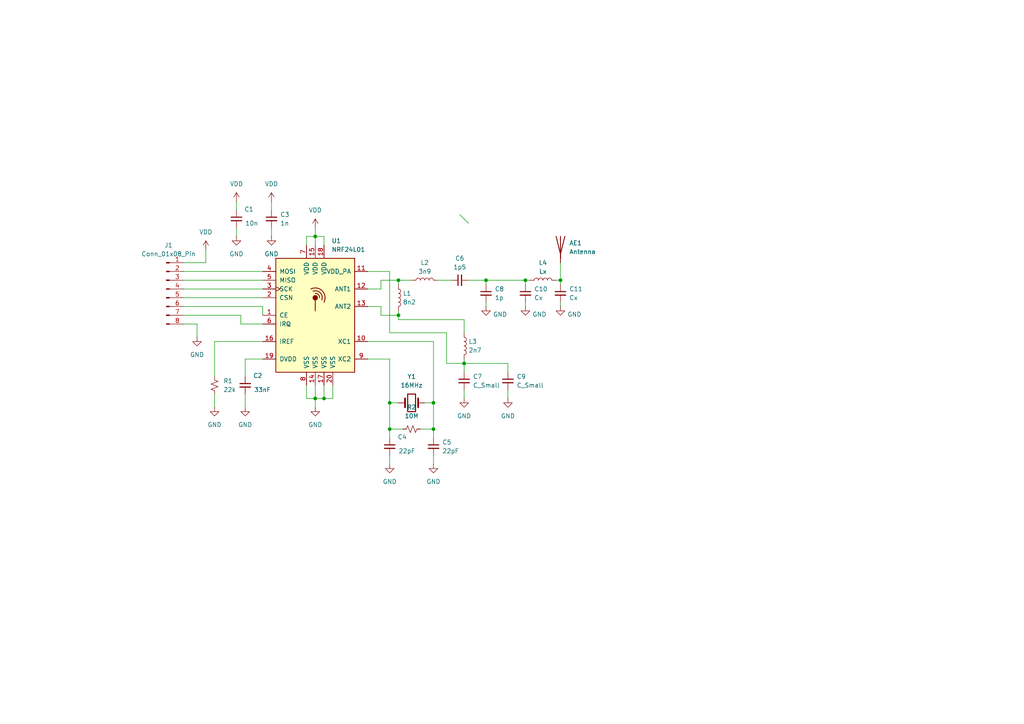
<source format=kicad_sch>
(kicad_sch
	(version 20231120)
	(generator "eeschema")
	(generator_version "8.0")
	(uuid "f72f7b78-09e3-463a-a1c6-4772493943a3")
	(paper "A4")
	(lib_symbols
		(symbol "Connector:Conn_01x08_Pin"
			(pin_names
				(offset 1.016) hide)
			(exclude_from_sim no)
			(in_bom yes)
			(on_board yes)
			(property "Reference" "J"
				(at 0 10.16 0)
				(effects
					(font
						(size 1.27 1.27)
					)
				)
			)
			(property "Value" "Conn_01x08_Pin"
				(at 0 -12.7 0)
				(effects
					(font
						(size 1.27 1.27)
					)
				)
			)
			(property "Footprint" ""
				(at 0 0 0)
				(effects
					(font
						(size 1.27 1.27)
					)
					(hide yes)
				)
			)
			(property "Datasheet" "~"
				(at 0 0 0)
				(effects
					(font
						(size 1.27 1.27)
					)
					(hide yes)
				)
			)
			(property "Description" "Generic connector, single row, 01x08, script generated"
				(at 0 0 0)
				(effects
					(font
						(size 1.27 1.27)
					)
					(hide yes)
				)
			)
			(property "ki_locked" ""
				(at 0 0 0)
				(effects
					(font
						(size 1.27 1.27)
					)
				)
			)
			(property "ki_keywords" "connector"
				(at 0 0 0)
				(effects
					(font
						(size 1.27 1.27)
					)
					(hide yes)
				)
			)
			(property "ki_fp_filters" "Connector*:*_1x??_*"
				(at 0 0 0)
				(effects
					(font
						(size 1.27 1.27)
					)
					(hide yes)
				)
			)
			(symbol "Conn_01x08_Pin_1_1"
				(polyline
					(pts
						(xy 1.27 -10.16) (xy 0.8636 -10.16)
					)
					(stroke
						(width 0.1524)
						(type default)
					)
					(fill
						(type none)
					)
				)
				(polyline
					(pts
						(xy 1.27 -7.62) (xy 0.8636 -7.62)
					)
					(stroke
						(width 0.1524)
						(type default)
					)
					(fill
						(type none)
					)
				)
				(polyline
					(pts
						(xy 1.27 -5.08) (xy 0.8636 -5.08)
					)
					(stroke
						(width 0.1524)
						(type default)
					)
					(fill
						(type none)
					)
				)
				(polyline
					(pts
						(xy 1.27 -2.54) (xy 0.8636 -2.54)
					)
					(stroke
						(width 0.1524)
						(type default)
					)
					(fill
						(type none)
					)
				)
				(polyline
					(pts
						(xy 1.27 0) (xy 0.8636 0)
					)
					(stroke
						(width 0.1524)
						(type default)
					)
					(fill
						(type none)
					)
				)
				(polyline
					(pts
						(xy 1.27 2.54) (xy 0.8636 2.54)
					)
					(stroke
						(width 0.1524)
						(type default)
					)
					(fill
						(type none)
					)
				)
				(polyline
					(pts
						(xy 1.27 5.08) (xy 0.8636 5.08)
					)
					(stroke
						(width 0.1524)
						(type default)
					)
					(fill
						(type none)
					)
				)
				(polyline
					(pts
						(xy 1.27 7.62) (xy 0.8636 7.62)
					)
					(stroke
						(width 0.1524)
						(type default)
					)
					(fill
						(type none)
					)
				)
				(rectangle
					(start 0.8636 -10.033)
					(end 0 -10.287)
					(stroke
						(width 0.1524)
						(type default)
					)
					(fill
						(type outline)
					)
				)
				(rectangle
					(start 0.8636 -7.493)
					(end 0 -7.747)
					(stroke
						(width 0.1524)
						(type default)
					)
					(fill
						(type outline)
					)
				)
				(rectangle
					(start 0.8636 -4.953)
					(end 0 -5.207)
					(stroke
						(width 0.1524)
						(type default)
					)
					(fill
						(type outline)
					)
				)
				(rectangle
					(start 0.8636 -2.413)
					(end 0 -2.667)
					(stroke
						(width 0.1524)
						(type default)
					)
					(fill
						(type outline)
					)
				)
				(rectangle
					(start 0.8636 0.127)
					(end 0 -0.127)
					(stroke
						(width 0.1524)
						(type default)
					)
					(fill
						(type outline)
					)
				)
				(rectangle
					(start 0.8636 2.667)
					(end 0 2.413)
					(stroke
						(width 0.1524)
						(type default)
					)
					(fill
						(type outline)
					)
				)
				(rectangle
					(start 0.8636 5.207)
					(end 0 4.953)
					(stroke
						(width 0.1524)
						(type default)
					)
					(fill
						(type outline)
					)
				)
				(rectangle
					(start 0.8636 7.747)
					(end 0 7.493)
					(stroke
						(width 0.1524)
						(type default)
					)
					(fill
						(type outline)
					)
				)
				(pin passive line
					(at 5.08 7.62 180)
					(length 3.81)
					(name "Pin_1"
						(effects
							(font
								(size 1.27 1.27)
							)
						)
					)
					(number "1"
						(effects
							(font
								(size 1.27 1.27)
							)
						)
					)
				)
				(pin passive line
					(at 5.08 5.08 180)
					(length 3.81)
					(name "Pin_2"
						(effects
							(font
								(size 1.27 1.27)
							)
						)
					)
					(number "2"
						(effects
							(font
								(size 1.27 1.27)
							)
						)
					)
				)
				(pin passive line
					(at 5.08 2.54 180)
					(length 3.81)
					(name "Pin_3"
						(effects
							(font
								(size 1.27 1.27)
							)
						)
					)
					(number "3"
						(effects
							(font
								(size 1.27 1.27)
							)
						)
					)
				)
				(pin passive line
					(at 5.08 0 180)
					(length 3.81)
					(name "Pin_4"
						(effects
							(font
								(size 1.27 1.27)
							)
						)
					)
					(number "4"
						(effects
							(font
								(size 1.27 1.27)
							)
						)
					)
				)
				(pin passive line
					(at 5.08 -2.54 180)
					(length 3.81)
					(name "Pin_5"
						(effects
							(font
								(size 1.27 1.27)
							)
						)
					)
					(number "5"
						(effects
							(font
								(size 1.27 1.27)
							)
						)
					)
				)
				(pin passive line
					(at 5.08 -5.08 180)
					(length 3.81)
					(name "Pin_6"
						(effects
							(font
								(size 1.27 1.27)
							)
						)
					)
					(number "6"
						(effects
							(font
								(size 1.27 1.27)
							)
						)
					)
				)
				(pin passive line
					(at 5.08 -7.62 180)
					(length 3.81)
					(name "Pin_7"
						(effects
							(font
								(size 1.27 1.27)
							)
						)
					)
					(number "7"
						(effects
							(font
								(size 1.27 1.27)
							)
						)
					)
				)
				(pin passive line
					(at 5.08 -10.16 180)
					(length 3.81)
					(name "Pin_8"
						(effects
							(font
								(size 1.27 1.27)
							)
						)
					)
					(number "8"
						(effects
							(font
								(size 1.27 1.27)
							)
						)
					)
				)
			)
		)
		(symbol "Device:Antenna"
			(pin_numbers hide)
			(pin_names
				(offset 1.016) hide)
			(exclude_from_sim no)
			(in_bom yes)
			(on_board yes)
			(property "Reference" "AE"
				(at -1.905 1.905 0)
				(effects
					(font
						(size 1.27 1.27)
					)
					(justify right)
				)
			)
			(property "Value" "Antenna"
				(at -1.905 0 0)
				(effects
					(font
						(size 1.27 1.27)
					)
					(justify right)
				)
			)
			(property "Footprint" ""
				(at 0 0 0)
				(effects
					(font
						(size 1.27 1.27)
					)
					(hide yes)
				)
			)
			(property "Datasheet" "~"
				(at 0 0 0)
				(effects
					(font
						(size 1.27 1.27)
					)
					(hide yes)
				)
			)
			(property "Description" "Antenna"
				(at 0 0 0)
				(effects
					(font
						(size 1.27 1.27)
					)
					(hide yes)
				)
			)
			(property "ki_keywords" "antenna"
				(at 0 0 0)
				(effects
					(font
						(size 1.27 1.27)
					)
					(hide yes)
				)
			)
			(symbol "Antenna_0_1"
				(polyline
					(pts
						(xy 0 2.54) (xy 0 -3.81)
					)
					(stroke
						(width 0.254)
						(type default)
					)
					(fill
						(type none)
					)
				)
				(polyline
					(pts
						(xy 1.27 2.54) (xy 0 -2.54) (xy -1.27 2.54)
					)
					(stroke
						(width 0.254)
						(type default)
					)
					(fill
						(type none)
					)
				)
			)
			(symbol "Antenna_1_1"
				(pin input line
					(at 0 -5.08 90)
					(length 2.54)
					(name "A"
						(effects
							(font
								(size 1.27 1.27)
							)
						)
					)
					(number "1"
						(effects
							(font
								(size 1.27 1.27)
							)
						)
					)
				)
			)
		)
		(symbol "Device:C_Small"
			(pin_numbers hide)
			(pin_names
				(offset 0.254) hide)
			(exclude_from_sim no)
			(in_bom yes)
			(on_board yes)
			(property "Reference" "C"
				(at 0.254 1.778 0)
				(effects
					(font
						(size 1.27 1.27)
					)
					(justify left)
				)
			)
			(property "Value" "C_Small"
				(at 0.254 -2.032 0)
				(effects
					(font
						(size 1.27 1.27)
					)
					(justify left)
				)
			)
			(property "Footprint" ""
				(at 0 0 0)
				(effects
					(font
						(size 1.27 1.27)
					)
					(hide yes)
				)
			)
			(property "Datasheet" "~"
				(at 0 0 0)
				(effects
					(font
						(size 1.27 1.27)
					)
					(hide yes)
				)
			)
			(property "Description" "Unpolarized capacitor, small symbol"
				(at 0 0 0)
				(effects
					(font
						(size 1.27 1.27)
					)
					(hide yes)
				)
			)
			(property "ki_keywords" "capacitor cap"
				(at 0 0 0)
				(effects
					(font
						(size 1.27 1.27)
					)
					(hide yes)
				)
			)
			(property "ki_fp_filters" "C_*"
				(at 0 0 0)
				(effects
					(font
						(size 1.27 1.27)
					)
					(hide yes)
				)
			)
			(symbol "C_Small_0_1"
				(polyline
					(pts
						(xy -1.524 -0.508) (xy 1.524 -0.508)
					)
					(stroke
						(width 0.3302)
						(type default)
					)
					(fill
						(type none)
					)
				)
				(polyline
					(pts
						(xy -1.524 0.508) (xy 1.524 0.508)
					)
					(stroke
						(width 0.3048)
						(type default)
					)
					(fill
						(type none)
					)
				)
			)
			(symbol "C_Small_1_1"
				(pin passive line
					(at 0 2.54 270)
					(length 2.032)
					(name "~"
						(effects
							(font
								(size 1.27 1.27)
							)
						)
					)
					(number "1"
						(effects
							(font
								(size 1.27 1.27)
							)
						)
					)
				)
				(pin passive line
					(at 0 -2.54 90)
					(length 2.032)
					(name "~"
						(effects
							(font
								(size 1.27 1.27)
							)
						)
					)
					(number "2"
						(effects
							(font
								(size 1.27 1.27)
							)
						)
					)
				)
			)
		)
		(symbol "Device:Crystal"
			(pin_numbers hide)
			(pin_names
				(offset 1.016) hide)
			(exclude_from_sim no)
			(in_bom yes)
			(on_board yes)
			(property "Reference" "Y"
				(at 0 3.81 0)
				(effects
					(font
						(size 1.27 1.27)
					)
				)
			)
			(property "Value" "Crystal"
				(at 0 -3.81 0)
				(effects
					(font
						(size 1.27 1.27)
					)
				)
			)
			(property "Footprint" ""
				(at 0 0 0)
				(effects
					(font
						(size 1.27 1.27)
					)
					(hide yes)
				)
			)
			(property "Datasheet" "~"
				(at 0 0 0)
				(effects
					(font
						(size 1.27 1.27)
					)
					(hide yes)
				)
			)
			(property "Description" "Two pin crystal"
				(at 0 0 0)
				(effects
					(font
						(size 1.27 1.27)
					)
					(hide yes)
				)
			)
			(property "ki_keywords" "quartz ceramic resonator oscillator"
				(at 0 0 0)
				(effects
					(font
						(size 1.27 1.27)
					)
					(hide yes)
				)
			)
			(property "ki_fp_filters" "Crystal*"
				(at 0 0 0)
				(effects
					(font
						(size 1.27 1.27)
					)
					(hide yes)
				)
			)
			(symbol "Crystal_0_1"
				(rectangle
					(start -1.143 2.54)
					(end 1.143 -2.54)
					(stroke
						(width 0.3048)
						(type default)
					)
					(fill
						(type none)
					)
				)
				(polyline
					(pts
						(xy -2.54 0) (xy -1.905 0)
					)
					(stroke
						(width 0)
						(type default)
					)
					(fill
						(type none)
					)
				)
				(polyline
					(pts
						(xy -1.905 -1.27) (xy -1.905 1.27)
					)
					(stroke
						(width 0.508)
						(type default)
					)
					(fill
						(type none)
					)
				)
				(polyline
					(pts
						(xy 1.905 -1.27) (xy 1.905 1.27)
					)
					(stroke
						(width 0.508)
						(type default)
					)
					(fill
						(type none)
					)
				)
				(polyline
					(pts
						(xy 2.54 0) (xy 1.905 0)
					)
					(stroke
						(width 0)
						(type default)
					)
					(fill
						(type none)
					)
				)
			)
			(symbol "Crystal_1_1"
				(pin passive line
					(at -3.81 0 0)
					(length 1.27)
					(name "1"
						(effects
							(font
								(size 1.27 1.27)
							)
						)
					)
					(number "1"
						(effects
							(font
								(size 1.27 1.27)
							)
						)
					)
				)
				(pin passive line
					(at 3.81 0 180)
					(length 1.27)
					(name "2"
						(effects
							(font
								(size 1.27 1.27)
							)
						)
					)
					(number "2"
						(effects
							(font
								(size 1.27 1.27)
							)
						)
					)
				)
			)
		)
		(symbol "Device:L"
			(pin_numbers hide)
			(pin_names
				(offset 1.016) hide)
			(exclude_from_sim no)
			(in_bom yes)
			(on_board yes)
			(property "Reference" "L"
				(at -1.27 0 90)
				(effects
					(font
						(size 1.27 1.27)
					)
				)
			)
			(property "Value" "L"
				(at 1.905 0 90)
				(effects
					(font
						(size 1.27 1.27)
					)
				)
			)
			(property "Footprint" ""
				(at 0 0 0)
				(effects
					(font
						(size 1.27 1.27)
					)
					(hide yes)
				)
			)
			(property "Datasheet" "~"
				(at 0 0 0)
				(effects
					(font
						(size 1.27 1.27)
					)
					(hide yes)
				)
			)
			(property "Description" "Inductor"
				(at 0 0 0)
				(effects
					(font
						(size 1.27 1.27)
					)
					(hide yes)
				)
			)
			(property "ki_keywords" "inductor choke coil reactor magnetic"
				(at 0 0 0)
				(effects
					(font
						(size 1.27 1.27)
					)
					(hide yes)
				)
			)
			(property "ki_fp_filters" "Choke_* *Coil* Inductor_* L_*"
				(at 0 0 0)
				(effects
					(font
						(size 1.27 1.27)
					)
					(hide yes)
				)
			)
			(symbol "L_0_1"
				(arc
					(start 0 -2.54)
					(mid 0.6323 -1.905)
					(end 0 -1.27)
					(stroke
						(width 0)
						(type default)
					)
					(fill
						(type none)
					)
				)
				(arc
					(start 0 -1.27)
					(mid 0.6323 -0.635)
					(end 0 0)
					(stroke
						(width 0)
						(type default)
					)
					(fill
						(type none)
					)
				)
				(arc
					(start 0 0)
					(mid 0.6323 0.635)
					(end 0 1.27)
					(stroke
						(width 0)
						(type default)
					)
					(fill
						(type none)
					)
				)
				(arc
					(start 0 1.27)
					(mid 0.6323 1.905)
					(end 0 2.54)
					(stroke
						(width 0)
						(type default)
					)
					(fill
						(type none)
					)
				)
			)
			(symbol "L_1_1"
				(pin passive line
					(at 0 3.81 270)
					(length 1.27)
					(name "1"
						(effects
							(font
								(size 1.27 1.27)
							)
						)
					)
					(number "1"
						(effects
							(font
								(size 1.27 1.27)
							)
						)
					)
				)
				(pin passive line
					(at 0 -3.81 90)
					(length 1.27)
					(name "2"
						(effects
							(font
								(size 1.27 1.27)
							)
						)
					)
					(number "2"
						(effects
							(font
								(size 1.27 1.27)
							)
						)
					)
				)
			)
		)
		(symbol "Device:R_Small_US"
			(pin_numbers hide)
			(pin_names
				(offset 0.254) hide)
			(exclude_from_sim no)
			(in_bom yes)
			(on_board yes)
			(property "Reference" "R"
				(at 0.762 0.508 0)
				(effects
					(font
						(size 1.27 1.27)
					)
					(justify left)
				)
			)
			(property "Value" "R_Small_US"
				(at 0.762 -1.016 0)
				(effects
					(font
						(size 1.27 1.27)
					)
					(justify left)
				)
			)
			(property "Footprint" ""
				(at 0 0 0)
				(effects
					(font
						(size 1.27 1.27)
					)
					(hide yes)
				)
			)
			(property "Datasheet" "~"
				(at 0 0 0)
				(effects
					(font
						(size 1.27 1.27)
					)
					(hide yes)
				)
			)
			(property "Description" "Resistor, small US symbol"
				(at 0 0 0)
				(effects
					(font
						(size 1.27 1.27)
					)
					(hide yes)
				)
			)
			(property "ki_keywords" "r resistor"
				(at 0 0 0)
				(effects
					(font
						(size 1.27 1.27)
					)
					(hide yes)
				)
			)
			(property "ki_fp_filters" "R_*"
				(at 0 0 0)
				(effects
					(font
						(size 1.27 1.27)
					)
					(hide yes)
				)
			)
			(symbol "R_Small_US_1_1"
				(polyline
					(pts
						(xy 0 0) (xy 1.016 -0.381) (xy 0 -0.762) (xy -1.016 -1.143) (xy 0 -1.524)
					)
					(stroke
						(width 0)
						(type default)
					)
					(fill
						(type none)
					)
				)
				(polyline
					(pts
						(xy 0 1.524) (xy 1.016 1.143) (xy 0 0.762) (xy -1.016 0.381) (xy 0 0)
					)
					(stroke
						(width 0)
						(type default)
					)
					(fill
						(type none)
					)
				)
				(pin passive line
					(at 0 2.54 270)
					(length 1.016)
					(name "~"
						(effects
							(font
								(size 1.27 1.27)
							)
						)
					)
					(number "1"
						(effects
							(font
								(size 1.27 1.27)
							)
						)
					)
				)
				(pin passive line
					(at 0 -2.54 90)
					(length 1.016)
					(name "~"
						(effects
							(font
								(size 1.27 1.27)
							)
						)
					)
					(number "2"
						(effects
							(font
								(size 1.27 1.27)
							)
						)
					)
				)
			)
		)
		(symbol "RF:NRF24L01"
			(pin_names
				(offset 1.016)
			)
			(exclude_from_sim no)
			(in_bom yes)
			(on_board yes)
			(property "Reference" "U"
				(at -11.43 17.78 0)
				(effects
					(font
						(size 1.27 1.27)
					)
					(justify left)
				)
			)
			(property "Value" "NRF24L01"
				(at 5.08 17.78 0)
				(effects
					(font
						(size 1.27 1.27)
					)
					(justify left)
				)
			)
			(property "Footprint" "Package_DFN_QFN:QFN-20-1EP_4x4mm_P0.5mm_EP2.5x2.5mm"
				(at 5.08 20.32 0)
				(effects
					(font
						(size 1.27 1.27)
						(italic yes)
					)
					(justify left)
					(hide yes)
				)
			)
			(property "Datasheet" "http://www.nordicsemi.com/eng/content/download/2730/34105/file/nRF24L01_Product_Specification_v2_0.pdf"
				(at 0 2.54 0)
				(effects
					(font
						(size 1.27 1.27)
					)
					(hide yes)
				)
			)
			(property "Description" "Ultra low power 2.4GHz RF Transceiver, QFN-20"
				(at 0 0 0)
				(effects
					(font
						(size 1.27 1.27)
					)
					(hide yes)
				)
			)
			(property "ki_keywords" "Low Power RF Transceiver"
				(at 0 0 0)
				(effects
					(font
						(size 1.27 1.27)
					)
					(hide yes)
				)
			)
			(property "ki_fp_filters" "QFN*4x4*0.5mm*"
				(at 0 0 0)
				(effects
					(font
						(size 1.27 1.27)
					)
					(hide yes)
				)
			)
			(symbol "NRF24L01_0_1"
				(rectangle
					(start -11.43 16.51)
					(end 11.43 -16.51)
					(stroke
						(width 0.254)
						(type default)
					)
					(fill
						(type background)
					)
				)
				(polyline
					(pts
						(xy 0 4.445) (xy 0 1.27)
					)
					(stroke
						(width 0.254)
						(type default)
					)
					(fill
						(type none)
					)
				)
				(circle
					(center 0 5.08)
					(radius 0.635)
					(stroke
						(width 0.254)
						(type default)
					)
					(fill
						(type outline)
					)
				)
				(arc
					(start 1.27 5.08)
					(mid 0.9071 5.9946)
					(end 0 6.35)
					(stroke
						(width 0.254)
						(type default)
					)
					(fill
						(type none)
					)
				)
				(arc
					(start 1.905 4.445)
					(mid 1.4313 6.5254)
					(end -0.635 6.985)
					(stroke
						(width 0.254)
						(type default)
					)
					(fill
						(type none)
					)
				)
				(arc
					(start 2.54 3.81)
					(mid 2.008 7.088)
					(end -1.27 7.62)
					(stroke
						(width 0.254)
						(type default)
					)
					(fill
						(type none)
					)
				)
				(rectangle
					(start 11.43 -13.97)
					(end 11.43 -13.97)
					(stroke
						(width 0)
						(type default)
					)
					(fill
						(type none)
					)
				)
			)
			(symbol "NRF24L01_1_1"
				(pin input line
					(at -15.24 0 0)
					(length 3.81)
					(name "CE"
						(effects
							(font
								(size 1.27 1.27)
							)
						)
					)
					(number "1"
						(effects
							(font
								(size 1.27 1.27)
							)
						)
					)
				)
				(pin passive line
					(at 15.24 -7.62 180)
					(length 3.81)
					(name "XC1"
						(effects
							(font
								(size 1.27 1.27)
							)
						)
					)
					(number "10"
						(effects
							(font
								(size 1.27 1.27)
							)
						)
					)
				)
				(pin power_out line
					(at 15.24 12.7 180)
					(length 3.81)
					(name "VDD_PA"
						(effects
							(font
								(size 1.27 1.27)
							)
						)
					)
					(number "11"
						(effects
							(font
								(size 1.27 1.27)
							)
						)
					)
				)
				(pin passive line
					(at 15.24 7.62 180)
					(length 3.81)
					(name "ANT1"
						(effects
							(font
								(size 1.27 1.27)
							)
						)
					)
					(number "12"
						(effects
							(font
								(size 1.27 1.27)
							)
						)
					)
				)
				(pin passive line
					(at 15.24 2.54 180)
					(length 3.81)
					(name "ANT2"
						(effects
							(font
								(size 1.27 1.27)
							)
						)
					)
					(number "13"
						(effects
							(font
								(size 1.27 1.27)
							)
						)
					)
				)
				(pin power_in line
					(at 0 -20.32 90)
					(length 3.81)
					(name "VSS"
						(effects
							(font
								(size 1.27 1.27)
							)
						)
					)
					(number "14"
						(effects
							(font
								(size 1.27 1.27)
							)
						)
					)
				)
				(pin power_in line
					(at 0 20.32 270)
					(length 3.81)
					(name "VDD"
						(effects
							(font
								(size 1.27 1.27)
							)
						)
					)
					(number "15"
						(effects
							(font
								(size 1.27 1.27)
							)
						)
					)
				)
				(pin passive line
					(at -15.24 -7.62 0)
					(length 3.81)
					(name "IREF"
						(effects
							(font
								(size 1.27 1.27)
							)
						)
					)
					(number "16"
						(effects
							(font
								(size 1.27 1.27)
							)
						)
					)
				)
				(pin power_in line
					(at 2.54 -20.32 90)
					(length 3.81)
					(name "VSS"
						(effects
							(font
								(size 1.27 1.27)
							)
						)
					)
					(number "17"
						(effects
							(font
								(size 1.27 1.27)
							)
						)
					)
				)
				(pin power_in line
					(at 2.54 20.32 270)
					(length 3.81)
					(name "VDD"
						(effects
							(font
								(size 1.27 1.27)
							)
						)
					)
					(number "18"
						(effects
							(font
								(size 1.27 1.27)
							)
						)
					)
				)
				(pin power_out line
					(at -15.24 -12.7 0)
					(length 3.81)
					(name "DVDD"
						(effects
							(font
								(size 1.27 1.27)
							)
						)
					)
					(number "19"
						(effects
							(font
								(size 1.27 1.27)
							)
						)
					)
				)
				(pin input line
					(at -15.24 5.08 0)
					(length 3.81)
					(name "CSN"
						(effects
							(font
								(size 1.27 1.27)
							)
						)
					)
					(number "2"
						(effects
							(font
								(size 1.27 1.27)
							)
						)
					)
				)
				(pin power_in line
					(at 5.08 -20.32 90)
					(length 3.81)
					(name "VSS"
						(effects
							(font
								(size 1.27 1.27)
							)
						)
					)
					(number "20"
						(effects
							(font
								(size 1.27 1.27)
							)
						)
					)
				)
				(pin input clock
					(at -15.24 7.62 0)
					(length 3.81)
					(name "SCK"
						(effects
							(font
								(size 1.27 1.27)
							)
						)
					)
					(number "3"
						(effects
							(font
								(size 1.27 1.27)
							)
						)
					)
				)
				(pin input line
					(at -15.24 12.7 0)
					(length 3.81)
					(name "MOSI"
						(effects
							(font
								(size 1.27 1.27)
							)
						)
					)
					(number "4"
						(effects
							(font
								(size 1.27 1.27)
							)
						)
					)
				)
				(pin output line
					(at -15.24 10.16 0)
					(length 3.81)
					(name "MISO"
						(effects
							(font
								(size 1.27 1.27)
							)
						)
					)
					(number "5"
						(effects
							(font
								(size 1.27 1.27)
							)
						)
					)
				)
				(pin output line
					(at -15.24 -2.54 0)
					(length 3.81)
					(name "IRQ"
						(effects
							(font
								(size 1.27 1.27)
							)
						)
					)
					(number "6"
						(effects
							(font
								(size 1.27 1.27)
							)
						)
					)
				)
				(pin power_in line
					(at -2.54 20.32 270)
					(length 3.81)
					(name "VDD"
						(effects
							(font
								(size 1.27 1.27)
							)
						)
					)
					(number "7"
						(effects
							(font
								(size 1.27 1.27)
							)
						)
					)
				)
				(pin power_in line
					(at -2.54 -20.32 90)
					(length 3.81)
					(name "VSS"
						(effects
							(font
								(size 1.27 1.27)
							)
						)
					)
					(number "8"
						(effects
							(font
								(size 1.27 1.27)
							)
						)
					)
				)
				(pin passive line
					(at 15.24 -12.7 180)
					(length 3.81)
					(name "XC2"
						(effects
							(font
								(size 1.27 1.27)
							)
						)
					)
					(number "9"
						(effects
							(font
								(size 1.27 1.27)
							)
						)
					)
				)
			)
		)
		(symbol "power:GND"
			(power)
			(pin_numbers hide)
			(pin_names
				(offset 0) hide)
			(exclude_from_sim no)
			(in_bom yes)
			(on_board yes)
			(property "Reference" "#PWR"
				(at 0 -6.35 0)
				(effects
					(font
						(size 1.27 1.27)
					)
					(hide yes)
				)
			)
			(property "Value" "GND"
				(at 0 -3.81 0)
				(effects
					(font
						(size 1.27 1.27)
					)
				)
			)
			(property "Footprint" ""
				(at 0 0 0)
				(effects
					(font
						(size 1.27 1.27)
					)
					(hide yes)
				)
			)
			(property "Datasheet" ""
				(at 0 0 0)
				(effects
					(font
						(size 1.27 1.27)
					)
					(hide yes)
				)
			)
			(property "Description" "Power symbol creates a global label with name \"GND\" , ground"
				(at 0 0 0)
				(effects
					(font
						(size 1.27 1.27)
					)
					(hide yes)
				)
			)
			(property "ki_keywords" "global power"
				(at 0 0 0)
				(effects
					(font
						(size 1.27 1.27)
					)
					(hide yes)
				)
			)
			(symbol "GND_0_1"
				(polyline
					(pts
						(xy 0 0) (xy 0 -1.27) (xy 1.27 -1.27) (xy 0 -2.54) (xy -1.27 -1.27) (xy 0 -1.27)
					)
					(stroke
						(width 0)
						(type default)
					)
					(fill
						(type none)
					)
				)
			)
			(symbol "GND_1_1"
				(pin power_in line
					(at 0 0 270)
					(length 0)
					(name "~"
						(effects
							(font
								(size 1.27 1.27)
							)
						)
					)
					(number "1"
						(effects
							(font
								(size 1.27 1.27)
							)
						)
					)
				)
			)
		)
		(symbol "power:VDD"
			(power)
			(pin_numbers hide)
			(pin_names
				(offset 0) hide)
			(exclude_from_sim no)
			(in_bom yes)
			(on_board yes)
			(property "Reference" "#PWR"
				(at 0 -3.81 0)
				(effects
					(font
						(size 1.27 1.27)
					)
					(hide yes)
				)
			)
			(property "Value" "VDD"
				(at 0 3.556 0)
				(effects
					(font
						(size 1.27 1.27)
					)
				)
			)
			(property "Footprint" ""
				(at 0 0 0)
				(effects
					(font
						(size 1.27 1.27)
					)
					(hide yes)
				)
			)
			(property "Datasheet" ""
				(at 0 0 0)
				(effects
					(font
						(size 1.27 1.27)
					)
					(hide yes)
				)
			)
			(property "Description" "Power symbol creates a global label with name \"VDD\""
				(at 0 0 0)
				(effects
					(font
						(size 1.27 1.27)
					)
					(hide yes)
				)
			)
			(property "ki_keywords" "global power"
				(at 0 0 0)
				(effects
					(font
						(size 1.27 1.27)
					)
					(hide yes)
				)
			)
			(symbol "VDD_0_1"
				(polyline
					(pts
						(xy -0.762 1.27) (xy 0 2.54)
					)
					(stroke
						(width 0)
						(type default)
					)
					(fill
						(type none)
					)
				)
				(polyline
					(pts
						(xy 0 0) (xy 0 2.54)
					)
					(stroke
						(width 0)
						(type default)
					)
					(fill
						(type none)
					)
				)
				(polyline
					(pts
						(xy 0 2.54) (xy 0.762 1.27)
					)
					(stroke
						(width 0)
						(type default)
					)
					(fill
						(type none)
					)
				)
			)
			(symbol "VDD_1_1"
				(pin power_in line
					(at 0 0 90)
					(length 0)
					(name "~"
						(effects
							(font
								(size 1.27 1.27)
							)
						)
					)
					(number "1"
						(effects
							(font
								(size 1.27 1.27)
							)
						)
					)
				)
			)
		)
	)
	(junction
		(at 134.62 105.41)
		(diameter 0)
		(color 0 0 0 0)
		(uuid "0974c991-6d12-4f2e-8f09-4270e6a275de")
	)
	(junction
		(at 152.4 81.28)
		(diameter 0)
		(color 0 0 0 0)
		(uuid "11631fb4-de9c-4897-891e-71597fca4b33")
	)
	(junction
		(at 113.03 116.84)
		(diameter 0)
		(color 0 0 0 0)
		(uuid "18f32d74-1901-48b8-96ff-074cc297a9f8")
	)
	(junction
		(at 162.56 81.28)
		(diameter 0)
		(color 0 0 0 0)
		(uuid "1a83fc93-e7ea-481d-839c-5677f1598669")
	)
	(junction
		(at 113.03 124.46)
		(diameter 0)
		(color 0 0 0 0)
		(uuid "1b3734fc-85ad-4748-89c1-cd0b4a1edb51")
	)
	(junction
		(at 140.97 81.28)
		(diameter 0)
		(color 0 0 0 0)
		(uuid "3a3da403-2e74-48dd-a0c6-5fed408391cd")
	)
	(junction
		(at 125.73 124.46)
		(diameter 0)
		(color 0 0 0 0)
		(uuid "5bbbface-a9ca-4f47-9812-91f5cd4a0e57")
	)
	(junction
		(at 115.57 81.28)
		(diameter 0)
		(color 0 0 0 0)
		(uuid "5f6c3bf8-5b14-4a73-b9ab-4312c9f72c4a")
	)
	(junction
		(at 93.98 115.57)
		(diameter 0)
		(color 0 0 0 0)
		(uuid "6542a886-e545-43ff-b2ee-2b1f5c39f754")
	)
	(junction
		(at 115.57 91.44)
		(diameter 0)
		(color 0 0 0 0)
		(uuid "667d53e6-daca-40bf-a2ff-04bf074d6d4a")
	)
	(junction
		(at 91.44 115.57)
		(diameter 0)
		(color 0 0 0 0)
		(uuid "80817b7c-7891-4ea4-86ea-b2d1e0441d24")
	)
	(junction
		(at 91.44 68.58)
		(diameter 0)
		(color 0 0 0 0)
		(uuid "89b0d860-cb61-46cd-8f0e-64bc95f32bfa")
	)
	(junction
		(at 125.73 116.84)
		(diameter 0)
		(color 0 0 0 0)
		(uuid "e0b6ff43-d150-4dad-896c-8d95f526284e")
	)
	(bus_entry
		(at 133.35 62.23)
		(size 2.54 2.54)
		(stroke
			(width 0)
			(type default)
		)
		(uuid "7d8bf178-0bac-4bb1-8784-cf71753b1cd0")
	)
	(wire
		(pts
			(xy 106.68 99.06) (xy 125.73 99.06)
		)
		(stroke
			(width 0)
			(type default)
		)
		(uuid "01a59cb3-a668-4084-ace7-40b6a85b0b15")
	)
	(wire
		(pts
			(xy 115.57 81.28) (xy 115.57 82.55)
		)
		(stroke
			(width 0)
			(type default)
		)
		(uuid "034c5cce-f4a4-45e2-83ad-afb2f37d0ee2")
	)
	(wire
		(pts
			(xy 88.9 115.57) (xy 91.44 115.57)
		)
		(stroke
			(width 0)
			(type default)
		)
		(uuid "0cfded42-58e0-49b5-8559-8f65be4927b9")
	)
	(wire
		(pts
			(xy 135.89 81.28) (xy 140.97 81.28)
		)
		(stroke
			(width 0)
			(type default)
		)
		(uuid "0d748a95-b843-4041-91fa-cc3a71e5ec76")
	)
	(wire
		(pts
			(xy 53.34 93.98) (xy 57.15 93.98)
		)
		(stroke
			(width 0)
			(type default)
		)
		(uuid "0ef6212a-c613-40c2-b912-6f4e1cf10390")
	)
	(wire
		(pts
			(xy 68.58 66.04) (xy 68.58 68.58)
		)
		(stroke
			(width 0)
			(type default)
		)
		(uuid "1001ac40-36c4-4697-9f64-34976d17dec8")
	)
	(wire
		(pts
			(xy 152.4 81.28) (xy 152.4 82.55)
		)
		(stroke
			(width 0)
			(type default)
		)
		(uuid "140f8a62-3f04-485d-8305-9c2f207fd83c")
	)
	(wire
		(pts
			(xy 134.62 105.41) (xy 134.62 107.95)
		)
		(stroke
			(width 0)
			(type default)
		)
		(uuid "16b2d44e-60dd-4ebb-a2ba-fac1200080f8")
	)
	(wire
		(pts
			(xy 140.97 81.28) (xy 140.97 82.55)
		)
		(stroke
			(width 0)
			(type default)
		)
		(uuid "1ce40051-7ccb-45ae-8d7e-122ba520fa43")
	)
	(wire
		(pts
			(xy 113.03 124.46) (xy 113.03 116.84)
		)
		(stroke
			(width 0)
			(type default)
		)
		(uuid "213bd28d-46fc-4cb9-a37d-4154e2071422")
	)
	(wire
		(pts
			(xy 69.85 93.98) (xy 76.2 93.98)
		)
		(stroke
			(width 0)
			(type default)
		)
		(uuid "239dced6-679f-45de-a55c-1bbfb78bd915")
	)
	(wire
		(pts
			(xy 113.03 96.52) (xy 129.54 96.52)
		)
		(stroke
			(width 0)
			(type default)
		)
		(uuid "24ca288f-8780-4f26-baa1-847777ea3347")
	)
	(wire
		(pts
			(xy 113.03 104.14) (xy 106.68 104.14)
		)
		(stroke
			(width 0)
			(type default)
		)
		(uuid "27288a0d-9c6e-4dbb-bb6c-64f2bdaa01da")
	)
	(wire
		(pts
			(xy 53.34 83.82) (xy 76.2 83.82)
		)
		(stroke
			(width 0)
			(type default)
		)
		(uuid "27b43e1d-33fd-4587-92cb-83376e644f03")
	)
	(wire
		(pts
			(xy 134.62 104.14) (xy 134.62 105.41)
		)
		(stroke
			(width 0)
			(type default)
		)
		(uuid "28696001-3292-4c5f-96d2-b102d99b9b5f")
	)
	(wire
		(pts
			(xy 62.23 109.22) (xy 62.23 99.06)
		)
		(stroke
			(width 0)
			(type default)
		)
		(uuid "2e613252-e982-4cd5-a66c-6fc14293a367")
	)
	(wire
		(pts
			(xy 127 81.28) (xy 130.81 81.28)
		)
		(stroke
			(width 0)
			(type default)
		)
		(uuid "2e8b5d39-66ce-4158-bd0b-f372a2e5f714")
	)
	(wire
		(pts
			(xy 110.49 88.9) (xy 110.49 91.44)
		)
		(stroke
			(width 0)
			(type default)
		)
		(uuid "2eefb9c9-288f-4a65-b158-7465a26b4c99")
	)
	(wire
		(pts
			(xy 62.23 114.3) (xy 62.23 118.11)
		)
		(stroke
			(width 0)
			(type default)
		)
		(uuid "324cb6f5-5adc-42e4-9dee-9156c4db6901")
	)
	(wire
		(pts
			(xy 91.44 111.76) (xy 91.44 115.57)
		)
		(stroke
			(width 0)
			(type default)
		)
		(uuid "32eb1c0f-26da-4f59-87db-806449ec65d1")
	)
	(wire
		(pts
			(xy 110.49 81.28) (xy 115.57 81.28)
		)
		(stroke
			(width 0)
			(type default)
		)
		(uuid "3364b88f-21cc-493d-a7f5-e93ff8847225")
	)
	(wire
		(pts
			(xy 161.29 81.28) (xy 162.56 81.28)
		)
		(stroke
			(width 0)
			(type default)
		)
		(uuid "36475c63-4c8b-4f06-ae4c-eb0b4f145ed9")
	)
	(wire
		(pts
			(xy 71.12 104.14) (xy 76.2 104.14)
		)
		(stroke
			(width 0)
			(type default)
		)
		(uuid "379f5ee3-023d-4cb9-a171-00009ca7df6a")
	)
	(wire
		(pts
			(xy 106.68 88.9) (xy 110.49 88.9)
		)
		(stroke
			(width 0)
			(type default)
		)
		(uuid "397ccb5c-e5f1-408a-bc28-037d08be2866")
	)
	(wire
		(pts
			(xy 59.69 76.2) (xy 59.69 72.39)
		)
		(stroke
			(width 0)
			(type default)
		)
		(uuid "3ae03351-4159-4635-bdc8-da6e56d9819c")
	)
	(wire
		(pts
			(xy 96.52 111.76) (xy 96.52 115.57)
		)
		(stroke
			(width 0)
			(type default)
		)
		(uuid "3c2ae433-1827-4aa7-8dc1-13af44accd6f")
	)
	(wire
		(pts
			(xy 121.92 124.46) (xy 125.73 124.46)
		)
		(stroke
			(width 0)
			(type default)
		)
		(uuid "46e9ccbf-fe89-4d74-aae5-152112010119")
	)
	(wire
		(pts
			(xy 91.44 68.58) (xy 91.44 71.12)
		)
		(stroke
			(width 0)
			(type default)
		)
		(uuid "471f03ca-cc6e-40a0-8936-8198dfd230f9")
	)
	(wire
		(pts
			(xy 162.56 87.63) (xy 162.56 88.9)
		)
		(stroke
			(width 0)
			(type default)
		)
		(uuid "490d8d1d-3ae0-4879-b9ac-70dab1341b36")
	)
	(wire
		(pts
			(xy 129.54 96.52) (xy 129.54 105.41)
		)
		(stroke
			(width 0)
			(type default)
		)
		(uuid "4a07ca7b-b31c-4080-8694-cb5f8f05d8b8")
	)
	(wire
		(pts
			(xy 147.32 113.03) (xy 147.32 115.57)
		)
		(stroke
			(width 0)
			(type default)
		)
		(uuid "4b4acff3-6bd0-44ba-8185-6d46b24a725a")
	)
	(wire
		(pts
			(xy 125.73 99.06) (xy 125.73 116.84)
		)
		(stroke
			(width 0)
			(type default)
		)
		(uuid "4ec27c48-970a-4bb9-934e-d4274bb21840")
	)
	(wire
		(pts
			(xy 106.68 78.74) (xy 113.03 78.74)
		)
		(stroke
			(width 0)
			(type default)
		)
		(uuid "4fc18890-7131-4b72-ac0d-27110be8cceb")
	)
	(wire
		(pts
			(xy 93.98 68.58) (xy 91.44 68.58)
		)
		(stroke
			(width 0)
			(type default)
		)
		(uuid "53aa185a-cf70-40ae-8952-c6aff781a532")
	)
	(wire
		(pts
			(xy 53.34 91.44) (xy 69.85 91.44)
		)
		(stroke
			(width 0)
			(type default)
		)
		(uuid "54a521f5-6bd9-4b9d-b9fd-0e3d242ec16a")
	)
	(wire
		(pts
			(xy 96.52 115.57) (xy 93.98 115.57)
		)
		(stroke
			(width 0)
			(type default)
		)
		(uuid "592b0e4c-80e8-45c3-a16d-27dcb97a6150")
	)
	(wire
		(pts
			(xy 71.12 114.3) (xy 71.12 118.11)
		)
		(stroke
			(width 0)
			(type default)
		)
		(uuid "59bf7535-1178-418a-9e28-dd0091133349")
	)
	(wire
		(pts
			(xy 113.03 124.46) (xy 116.84 124.46)
		)
		(stroke
			(width 0)
			(type default)
		)
		(uuid "5e34656f-622c-4062-9b50-f25f85b19901")
	)
	(wire
		(pts
			(xy 53.34 81.28) (xy 76.2 81.28)
		)
		(stroke
			(width 0)
			(type default)
		)
		(uuid "611d6030-f6c8-408e-aaad-60eb190ed2f1")
	)
	(wire
		(pts
			(xy 125.73 132.08) (xy 125.73 134.62)
		)
		(stroke
			(width 0)
			(type default)
		)
		(uuid "645a70f8-02d7-4bc9-9bc3-2aa75455dfc9")
	)
	(wire
		(pts
			(xy 93.98 111.76) (xy 93.98 115.57)
		)
		(stroke
			(width 0)
			(type default)
		)
		(uuid "65da6856-5dd3-4925-8547-e4d6c0b78123")
	)
	(wire
		(pts
			(xy 93.98 115.57) (xy 91.44 115.57)
		)
		(stroke
			(width 0)
			(type default)
		)
		(uuid "665d5439-4f18-4524-8780-779bd6bb6a12")
	)
	(wire
		(pts
			(xy 113.03 116.84) (xy 113.03 104.14)
		)
		(stroke
			(width 0)
			(type default)
		)
		(uuid "6e0f4e84-a83c-4416-9a6e-c79d86b65b31")
	)
	(wire
		(pts
			(xy 162.56 81.28) (xy 162.56 76.2)
		)
		(stroke
			(width 0)
			(type default)
		)
		(uuid "7602d5d9-d720-49c8-87d8-8cc9982467ff")
	)
	(wire
		(pts
			(xy 113.03 116.84) (xy 115.57 116.84)
		)
		(stroke
			(width 0)
			(type default)
		)
		(uuid "76ff91c5-d94e-4a9b-a707-10903a8cc217")
	)
	(wire
		(pts
			(xy 152.4 87.63) (xy 152.4 88.9)
		)
		(stroke
			(width 0)
			(type default)
		)
		(uuid "78c27496-d819-485a-9e6d-e2ef73f16f6f")
	)
	(wire
		(pts
			(xy 91.44 66.04) (xy 91.44 68.58)
		)
		(stroke
			(width 0)
			(type default)
		)
		(uuid "7c191c3e-b6e4-4ab5-86bd-af58ecf848d5")
	)
	(wire
		(pts
			(xy 134.62 96.52) (xy 134.62 92.71)
		)
		(stroke
			(width 0)
			(type default)
		)
		(uuid "7d425646-81ee-4c01-ab6f-e787c48379ab")
	)
	(wire
		(pts
			(xy 62.23 99.06) (xy 76.2 99.06)
		)
		(stroke
			(width 0)
			(type default)
		)
		(uuid "7fc762c1-a8dc-4c8a-bccc-b9e254064655")
	)
	(wire
		(pts
			(xy 152.4 81.28) (xy 153.67 81.28)
		)
		(stroke
			(width 0)
			(type default)
		)
		(uuid "807482ae-1b69-4cfe-807d-84d8c31157f0")
	)
	(wire
		(pts
			(xy 78.74 66.04) (xy 78.74 68.58)
		)
		(stroke
			(width 0)
			(type default)
		)
		(uuid "86c84632-1c32-49d0-b972-d4c8802462f9")
	)
	(wire
		(pts
			(xy 71.12 109.22) (xy 71.12 104.14)
		)
		(stroke
			(width 0)
			(type default)
		)
		(uuid "86faa826-d836-47fc-8a95-5fcae78fcdf3")
	)
	(wire
		(pts
			(xy 88.9 71.12) (xy 88.9 68.58)
		)
		(stroke
			(width 0)
			(type default)
		)
		(uuid "889b27af-b647-49cf-97e0-13c480dfa229")
	)
	(wire
		(pts
			(xy 53.34 78.74) (xy 76.2 78.74)
		)
		(stroke
			(width 0)
			(type default)
		)
		(uuid "8c39e1d8-82d7-49b7-8bf9-4c5fe2d7d176")
	)
	(wire
		(pts
			(xy 113.03 127) (xy 113.03 124.46)
		)
		(stroke
			(width 0)
			(type default)
		)
		(uuid "8e005994-38ed-4395-b7ad-669d0551ea7e")
	)
	(wire
		(pts
			(xy 162.56 81.28) (xy 162.56 82.55)
		)
		(stroke
			(width 0)
			(type default)
		)
		(uuid "8f7e1048-5c3c-4a84-96df-6794457ef83a")
	)
	(wire
		(pts
			(xy 125.73 124.46) (xy 125.73 127)
		)
		(stroke
			(width 0)
			(type default)
		)
		(uuid "90b2a1ea-a8eb-4034-bc72-082846498b7d")
	)
	(wire
		(pts
			(xy 110.49 83.82) (xy 110.49 81.28)
		)
		(stroke
			(width 0)
			(type default)
		)
		(uuid "98ef4c44-c0fb-404d-af11-abdfc394af1b")
	)
	(wire
		(pts
			(xy 93.98 71.12) (xy 93.98 68.58)
		)
		(stroke
			(width 0)
			(type default)
		)
		(uuid "a77cabe2-0e8a-4ed1-9222-6fe0315b5045")
	)
	(wire
		(pts
			(xy 110.49 91.44) (xy 115.57 91.44)
		)
		(stroke
			(width 0)
			(type default)
		)
		(uuid "a92fa18d-da46-49f6-923b-c78bf2cdf975")
	)
	(wire
		(pts
			(xy 134.62 105.41) (xy 147.32 105.41)
		)
		(stroke
			(width 0)
			(type default)
		)
		(uuid "b094e73f-a390-4227-9b23-d725761ee3e4")
	)
	(wire
		(pts
			(xy 53.34 76.2) (xy 59.69 76.2)
		)
		(stroke
			(width 0)
			(type default)
		)
		(uuid "b4bc7d62-0e2d-4723-a6bc-2aa43caab00e")
	)
	(wire
		(pts
			(xy 69.85 91.44) (xy 69.85 93.98)
		)
		(stroke
			(width 0)
			(type default)
		)
		(uuid "ba304820-b5c0-4593-bb71-c227ed17c586")
	)
	(wire
		(pts
			(xy 140.97 87.63) (xy 140.97 88.9)
		)
		(stroke
			(width 0)
			(type default)
		)
		(uuid "bbf08ca4-bcdb-4944-8dd5-31cf22c24c56")
	)
	(wire
		(pts
			(xy 53.34 88.9) (xy 76.2 88.9)
		)
		(stroke
			(width 0)
			(type default)
		)
		(uuid "bee7f3b9-8581-41e6-a4ca-6e96c96a9e01")
	)
	(wire
		(pts
			(xy 140.97 81.28) (xy 152.4 81.28)
		)
		(stroke
			(width 0)
			(type default)
		)
		(uuid "bf142b3e-8a22-4fca-bb2e-f1e6087b13fb")
	)
	(wire
		(pts
			(xy 78.74 58.42) (xy 78.74 60.96)
		)
		(stroke
			(width 0)
			(type default)
		)
		(uuid "bf1b33b3-23c4-4614-a4e9-505e0823e1ce")
	)
	(wire
		(pts
			(xy 115.57 81.28) (xy 119.38 81.28)
		)
		(stroke
			(width 0)
			(type default)
		)
		(uuid "c308b788-6812-4936-9a0c-2267cbe1fdb3")
	)
	(wire
		(pts
			(xy 147.32 107.95) (xy 147.32 105.41)
		)
		(stroke
			(width 0)
			(type default)
		)
		(uuid "c41f2600-cb53-410b-b925-48c03202937a")
	)
	(wire
		(pts
			(xy 113.03 132.08) (xy 113.03 134.62)
		)
		(stroke
			(width 0)
			(type default)
		)
		(uuid "c5605f5b-43eb-41b0-aaa6-92a7d85651e8")
	)
	(wire
		(pts
			(xy 88.9 111.76) (xy 88.9 115.57)
		)
		(stroke
			(width 0)
			(type default)
		)
		(uuid "c565aad9-85b7-436e-94ee-a54f52f65f59")
	)
	(wire
		(pts
			(xy 125.73 116.84) (xy 125.73 124.46)
		)
		(stroke
			(width 0)
			(type default)
		)
		(uuid "c8c13ecb-6718-4c0a-b480-871238708653")
	)
	(wire
		(pts
			(xy 53.34 86.36) (xy 76.2 86.36)
		)
		(stroke
			(width 0)
			(type default)
		)
		(uuid "c9a4133f-a6a5-4a4f-87ae-88d157c29c40")
	)
	(wire
		(pts
			(xy 68.58 58.42) (xy 68.58 60.96)
		)
		(stroke
			(width 0)
			(type default)
		)
		(uuid "ca5e3eb6-d23a-4d6a-97d1-1bfb45081ee8")
	)
	(wire
		(pts
			(xy 91.44 115.57) (xy 91.44 118.11)
		)
		(stroke
			(width 0)
			(type default)
		)
		(uuid "cdd3f839-7fd1-41d9-9500-ad271085a28f")
	)
	(wire
		(pts
			(xy 57.15 93.98) (xy 57.15 97.79)
		)
		(stroke
			(width 0)
			(type default)
		)
		(uuid "cdfb9e32-9f43-4203-b985-38462c79a2c6")
	)
	(wire
		(pts
			(xy 115.57 92.71) (xy 134.62 92.71)
		)
		(stroke
			(width 0)
			(type default)
		)
		(uuid "d1126ff8-6cb1-4f3b-bdba-5d1d85cabb63")
	)
	(wire
		(pts
			(xy 113.03 78.74) (xy 113.03 96.52)
		)
		(stroke
			(width 0)
			(type default)
		)
		(uuid "d577770d-0580-4229-9d45-74630e6cb1f4")
	)
	(wire
		(pts
			(xy 76.2 88.9) (xy 76.2 91.44)
		)
		(stroke
			(width 0)
			(type default)
		)
		(uuid "e394f8d6-7a10-4023-b683-4e1d36c51a7f")
	)
	(wire
		(pts
			(xy 106.68 83.82) (xy 110.49 83.82)
		)
		(stroke
			(width 0)
			(type default)
		)
		(uuid "e54bea71-f35d-41ee-ac09-c0634bc250ad")
	)
	(wire
		(pts
			(xy 115.57 92.71) (xy 115.57 91.44)
		)
		(stroke
			(width 0)
			(type default)
		)
		(uuid "e705bdc5-c979-474a-b8b7-e61c89451bda")
	)
	(wire
		(pts
			(xy 123.19 116.84) (xy 125.73 116.84)
		)
		(stroke
			(width 0)
			(type default)
		)
		(uuid "f4f646df-c41b-49e1-a407-30d1f671f2b7")
	)
	(wire
		(pts
			(xy 88.9 68.58) (xy 91.44 68.58)
		)
		(stroke
			(width 0)
			(type default)
		)
		(uuid "f59263bd-f39c-4e2e-89ee-2bfe8c4ca8ac")
	)
	(wire
		(pts
			(xy 134.62 113.03) (xy 134.62 115.57)
		)
		(stroke
			(width 0)
			(type default)
		)
		(uuid "f63dc7ae-3eb6-42ba-9ec0-403f2bbeadba")
	)
	(wire
		(pts
			(xy 129.54 105.41) (xy 134.62 105.41)
		)
		(stroke
			(width 0)
			(type default)
		)
		(uuid "f97d449a-96f7-42a1-9ee6-70458dcb7a5e")
	)
	(wire
		(pts
			(xy 115.57 91.44) (xy 115.57 90.17)
		)
		(stroke
			(width 0)
			(type default)
		)
		(uuid "fe90b274-25b2-42dc-bd4a-727a49dedaab")
	)
	(symbol
		(lib_id "Device:C_Small")
		(at 152.4 85.09 0)
		(unit 1)
		(exclude_from_sim no)
		(in_bom yes)
		(on_board yes)
		(dnp no)
		(fields_autoplaced yes)
		(uuid "08419f7d-9941-4e58-a3d2-4a175a4a1377")
		(property "Reference" "C10"
			(at 154.94 83.8262 0)
			(effects
				(font
					(size 1.27 1.27)
				)
				(justify left)
			)
		)
		(property "Value" "Cx"
			(at 154.94 86.3662 0)
			(effects
				(font
					(size 1.27 1.27)
				)
				(justify left)
			)
		)
		(property "Footprint" "Capacitor_SMD:C_0402_1005Metric"
			(at 152.4 85.09 0)
			(effects
				(font
					(size 1.27 1.27)
				)
				(hide yes)
			)
		)
		(property "Datasheet" "~"
			(at 152.4 85.09 0)
			(effects
				(font
					(size 1.27 1.27)
				)
				(hide yes)
			)
		)
		(property "Description" "Unpolarized capacitor, small symbol"
			(at 152.4 85.09 0)
			(effects
				(font
					(size 1.27 1.27)
				)
				(hide yes)
			)
		)
		(pin "1"
			(uuid "59e74522-023a-49a3-9e9b-6065fcab4fc2")
		)
		(pin "2"
			(uuid "f82cf0e7-864c-4b35-b433-fa4328847837")
		)
		(instances
			(project "Diseño"
				(path "/f72f7b78-09e3-463a-a1c6-4772493943a3"
					(reference "C10")
					(unit 1)
				)
			)
		)
	)
	(symbol
		(lib_id "Device:C_Small")
		(at 113.03 129.54 0)
		(unit 1)
		(exclude_from_sim no)
		(in_bom yes)
		(on_board yes)
		(dnp no)
		(uuid "0d6484f1-72ed-4a93-8d7a-212b83ec9d72")
		(property "Reference" "C4"
			(at 115.316 126.746 0)
			(effects
				(font
					(size 1.27 1.27)
				)
				(justify left)
			)
		)
		(property "Value" "22pF"
			(at 115.57 130.8162 0)
			(effects
				(font
					(size 1.27 1.27)
				)
				(justify left)
			)
		)
		(property "Footprint" "Capacitor_SMD:C_0402_1005Metric"
			(at 113.03 129.54 0)
			(effects
				(font
					(size 1.27 1.27)
				)
				(hide yes)
			)
		)
		(property "Datasheet" "~"
			(at 113.03 129.54 0)
			(effects
				(font
					(size 1.27 1.27)
				)
				(hide yes)
			)
		)
		(property "Description" "Unpolarized capacitor, small symbol"
			(at 113.03 129.54 0)
			(effects
				(font
					(size 1.27 1.27)
				)
				(hide yes)
			)
		)
		(pin "1"
			(uuid "b1598920-acdc-4b6b-896a-b09f4eba603c")
		)
		(pin "2"
			(uuid "bca2ddd3-16d1-4683-8d47-85c799c75d26")
		)
		(instances
			(project "Diseño"
				(path "/f72f7b78-09e3-463a-a1c6-4772493943a3"
					(reference "C4")
					(unit 1)
				)
			)
		)
	)
	(symbol
		(lib_id "power:GND")
		(at 62.23 118.11 0)
		(unit 1)
		(exclude_from_sim no)
		(in_bom yes)
		(on_board yes)
		(dnp no)
		(fields_autoplaced yes)
		(uuid "14c4a43e-ad0c-451e-9112-66586a8e7d9e")
		(property "Reference" "#PWR03"
			(at 62.23 124.46 0)
			(effects
				(font
					(size 1.27 1.27)
				)
				(hide yes)
			)
		)
		(property "Value" "GND"
			(at 62.23 123.19 0)
			(effects
				(font
					(size 1.27 1.27)
				)
			)
		)
		(property "Footprint" ""
			(at 62.23 118.11 0)
			(effects
				(font
					(size 1.27 1.27)
				)
				(hide yes)
			)
		)
		(property "Datasheet" ""
			(at 62.23 118.11 0)
			(effects
				(font
					(size 1.27 1.27)
				)
				(hide yes)
			)
		)
		(property "Description" "Power symbol creates a global label with name \"GND\" , ground"
			(at 62.23 118.11 0)
			(effects
				(font
					(size 1.27 1.27)
				)
				(hide yes)
			)
		)
		(pin "1"
			(uuid "0684d25e-892c-409b-bdb0-2fe5c194ed1c")
		)
		(instances
			(project "Diseño"
				(path "/f72f7b78-09e3-463a-a1c6-4772493943a3"
					(reference "#PWR03")
					(unit 1)
				)
			)
		)
	)
	(symbol
		(lib_id "power:GND")
		(at 134.62 115.57 0)
		(unit 1)
		(exclude_from_sim no)
		(in_bom yes)
		(on_board yes)
		(dnp no)
		(fields_autoplaced yes)
		(uuid "1cc90288-9145-4a8d-b173-42dacd72506e")
		(property "Reference" "#PWR013"
			(at 134.62 121.92 0)
			(effects
				(font
					(size 1.27 1.27)
				)
				(hide yes)
			)
		)
		(property "Value" "GND"
			(at 134.62 120.65 0)
			(effects
				(font
					(size 1.27 1.27)
				)
			)
		)
		(property "Footprint" ""
			(at 134.62 115.57 0)
			(effects
				(font
					(size 1.27 1.27)
				)
				(hide yes)
			)
		)
		(property "Datasheet" ""
			(at 134.62 115.57 0)
			(effects
				(font
					(size 1.27 1.27)
				)
				(hide yes)
			)
		)
		(property "Description" "Power symbol creates a global label with name \"GND\" , ground"
			(at 134.62 115.57 0)
			(effects
				(font
					(size 1.27 1.27)
				)
				(hide yes)
			)
		)
		(pin "1"
			(uuid "0325287c-8393-46a5-b7d3-fbf8f9279772")
		)
		(instances
			(project "Diseño"
				(path "/f72f7b78-09e3-463a-a1c6-4772493943a3"
					(reference "#PWR013")
					(unit 1)
				)
			)
		)
	)
	(symbol
		(lib_id "power:GND")
		(at 71.12 118.11 0)
		(unit 1)
		(exclude_from_sim no)
		(in_bom yes)
		(on_board yes)
		(dnp no)
		(fields_autoplaced yes)
		(uuid "2362638c-fd01-4da5-bf2a-b2f5bde45b20")
		(property "Reference" "#PWR06"
			(at 71.12 124.46 0)
			(effects
				(font
					(size 1.27 1.27)
				)
				(hide yes)
			)
		)
		(property "Value" "GND"
			(at 71.12 123.19 0)
			(effects
				(font
					(size 1.27 1.27)
				)
			)
		)
		(property "Footprint" ""
			(at 71.12 118.11 0)
			(effects
				(font
					(size 1.27 1.27)
				)
				(hide yes)
			)
		)
		(property "Datasheet" ""
			(at 71.12 118.11 0)
			(effects
				(font
					(size 1.27 1.27)
				)
				(hide yes)
			)
		)
		(property "Description" "Power symbol creates a global label with name \"GND\" , ground"
			(at 71.12 118.11 0)
			(effects
				(font
					(size 1.27 1.27)
				)
				(hide yes)
			)
		)
		(pin "1"
			(uuid "1738a322-4ee2-47a2-8db8-9926a01c1fe7")
		)
		(instances
			(project "Diseño"
				(path "/f72f7b78-09e3-463a-a1c6-4772493943a3"
					(reference "#PWR06")
					(unit 1)
				)
			)
		)
	)
	(symbol
		(lib_id "power:GND")
		(at 113.03 134.62 0)
		(unit 1)
		(exclude_from_sim no)
		(in_bom yes)
		(on_board yes)
		(dnp no)
		(fields_autoplaced yes)
		(uuid "2c16940f-d050-4b24-a8de-99437675f354")
		(property "Reference" "#PWR011"
			(at 113.03 140.97 0)
			(effects
				(font
					(size 1.27 1.27)
				)
				(hide yes)
			)
		)
		(property "Value" "GND"
			(at 113.03 139.7 0)
			(effects
				(font
					(size 1.27 1.27)
				)
			)
		)
		(property "Footprint" ""
			(at 113.03 134.62 0)
			(effects
				(font
					(size 1.27 1.27)
				)
				(hide yes)
			)
		)
		(property "Datasheet" ""
			(at 113.03 134.62 0)
			(effects
				(font
					(size 1.27 1.27)
				)
				(hide yes)
			)
		)
		(property "Description" "Power symbol creates a global label with name \"GND\" , ground"
			(at 113.03 134.62 0)
			(effects
				(font
					(size 1.27 1.27)
				)
				(hide yes)
			)
		)
		(pin "1"
			(uuid "97d58449-3711-40f5-b8f5-3ced63abcca3")
		)
		(instances
			(project "Diseño"
				(path "/f72f7b78-09e3-463a-a1c6-4772493943a3"
					(reference "#PWR011")
					(unit 1)
				)
			)
		)
	)
	(symbol
		(lib_id "RF:NRF24L01")
		(at 91.44 91.44 0)
		(unit 1)
		(exclude_from_sim no)
		(in_bom yes)
		(on_board yes)
		(dnp no)
		(fields_autoplaced yes)
		(uuid "32e14e0d-ebb1-4c86-9f8a-3b9e093df404")
		(property "Reference" "U1"
			(at 96.1741 69.85 0)
			(effects
				(font
					(size 1.27 1.27)
				)
				(justify left)
			)
		)
		(property "Value" "NRF24L01"
			(at 96.1741 72.39 0)
			(effects
				(font
					(size 1.27 1.27)
				)
				(justify left)
			)
		)
		(property "Footprint" "Package_DFN_QFN:QFN-20-1EP_4x4mm_P0.5mm_EP2.5x2.5mm"
			(at 96.52 71.12 0)
			(effects
				(font
					(size 1.27 1.27)
					(italic yes)
				)
				(justify left)
				(hide yes)
			)
		)
		(property "Datasheet" "http://www.nordicsemi.com/eng/content/download/2730/34105/file/nRF24L01_Product_Specification_v2_0.pdf"
			(at 91.44 88.9 0)
			(effects
				(font
					(size 1.27 1.27)
				)
				(hide yes)
			)
		)
		(property "Description" "Ultra low power 2.4GHz RF Transceiver, QFN-20"
			(at 91.44 91.44 0)
			(effects
				(font
					(size 1.27 1.27)
				)
				(hide yes)
			)
		)
		(pin "14"
			(uuid "30649936-b428-4e93-a35c-dfa3bc6904e5")
		)
		(pin "15"
			(uuid "ebd9028d-17b1-42b4-9c52-a32b31182457")
		)
		(pin "5"
			(uuid "d61840da-5e49-4aae-853a-011bc3124b5f")
		)
		(pin "20"
			(uuid "7a4fc4b4-3633-41a4-9c03-7b489e7e2442")
		)
		(pin "11"
			(uuid "e1051f13-a39a-423d-8908-93cb12efe714")
		)
		(pin "18"
			(uuid "9fded590-2d87-4d6d-bebc-392f359eec91")
		)
		(pin "4"
			(uuid "ec6be2c0-64f2-4c30-b6de-2c6492f95662")
		)
		(pin "10"
			(uuid "ac62298f-c890-4271-8c66-b39df079bbc6")
		)
		(pin "12"
			(uuid "c2c62a90-2dd1-4aed-a99a-6e7c0e1284cd")
		)
		(pin "1"
			(uuid "05d9f130-dbc2-4544-a1ed-8f5a8fbcf673")
		)
		(pin "13"
			(uuid "87d9c3df-a531-45f3-9241-5cb663cba3ec")
		)
		(pin "6"
			(uuid "50bad41b-02cd-45c4-ad1c-69d7b54078dd")
		)
		(pin "19"
			(uuid "105d5db0-8a29-4920-b8fd-e86cc0c67a71")
		)
		(pin "9"
			(uuid "151a204f-f789-4e81-a1a0-64afd4a296c8")
		)
		(pin "17"
			(uuid "9c0e23df-16b5-4aa7-a06a-750ba05116fa")
		)
		(pin "3"
			(uuid "a1590b4b-dfe3-4d8a-bf90-16dbd351ce37")
		)
		(pin "16"
			(uuid "3896ff69-444d-4206-ab24-c97a511c809d")
		)
		(pin "7"
			(uuid "e19b1813-3cca-4030-b476-573b8c0f5a8b")
		)
		(pin "2"
			(uuid "e4b41ee0-0135-47df-857b-18fc09ec7b4a")
		)
		(pin "8"
			(uuid "d4b673cd-5193-46c3-a7c4-15cec6936dff")
		)
		(instances
			(project "Diseño"
				(path "/f72f7b78-09e3-463a-a1c6-4772493943a3"
					(reference "U1")
					(unit 1)
				)
			)
		)
	)
	(symbol
		(lib_id "Device:C_Small")
		(at 133.35 81.28 90)
		(unit 1)
		(exclude_from_sim no)
		(in_bom yes)
		(on_board yes)
		(dnp no)
		(fields_autoplaced yes)
		(uuid "3706d9ef-fdde-42f0-89dd-9fc47f0d12f2")
		(property "Reference" "C6"
			(at 133.3563 74.93 90)
			(effects
				(font
					(size 1.27 1.27)
				)
			)
		)
		(property "Value" "1p5"
			(at 133.3563 77.47 90)
			(effects
				(font
					(size 1.27 1.27)
				)
			)
		)
		(property "Footprint" "Capacitor_SMD:C_0402_1005Metric"
			(at 133.35 81.28 0)
			(effects
				(font
					(size 1.27 1.27)
				)
				(hide yes)
			)
		)
		(property "Datasheet" "~"
			(at 133.35 81.28 0)
			(effects
				(font
					(size 1.27 1.27)
				)
				(hide yes)
			)
		)
		(property "Description" "Unpolarized capacitor, small symbol"
			(at 133.35 81.28 0)
			(effects
				(font
					(size 1.27 1.27)
				)
				(hide yes)
			)
		)
		(pin "1"
			(uuid "4b20a030-6e65-474f-934d-18132a393d3c")
		)
		(pin "2"
			(uuid "4e793d4a-50ca-454b-b0b7-e8b99e133a31")
		)
		(instances
			(project "Diseño"
				(path "/f72f7b78-09e3-463a-a1c6-4772493943a3"
					(reference "C6")
					(unit 1)
				)
			)
		)
	)
	(symbol
		(lib_id "Device:C_Small")
		(at 140.97 85.09 0)
		(unit 1)
		(exclude_from_sim no)
		(in_bom yes)
		(on_board yes)
		(dnp no)
		(fields_autoplaced yes)
		(uuid "3b2aa1eb-4856-4bb3-8d31-cf1ceed2cd02")
		(property "Reference" "C8"
			(at 143.51 83.8262 0)
			(effects
				(font
					(size 1.27 1.27)
				)
				(justify left)
			)
		)
		(property "Value" "1p"
			(at 143.51 86.3662 0)
			(effects
				(font
					(size 1.27 1.27)
				)
				(justify left)
			)
		)
		(property "Footprint" "Capacitor_SMD:C_0402_1005Metric"
			(at 140.97 85.09 0)
			(effects
				(font
					(size 1.27 1.27)
				)
				(hide yes)
			)
		)
		(property "Datasheet" "~"
			(at 140.97 85.09 0)
			(effects
				(font
					(size 1.27 1.27)
				)
				(hide yes)
			)
		)
		(property "Description" "Unpolarized capacitor, small symbol"
			(at 140.97 85.09 0)
			(effects
				(font
					(size 1.27 1.27)
				)
				(hide yes)
			)
		)
		(pin "1"
			(uuid "81a2024e-58dc-40cd-a203-83fbb4af1537")
		)
		(pin "2"
			(uuid "7aa88639-17ac-4dd8-ad0f-ebf62d9717cf")
		)
		(instances
			(project "Diseño"
				(path "/f72f7b78-09e3-463a-a1c6-4772493943a3"
					(reference "C8")
					(unit 1)
				)
			)
		)
	)
	(symbol
		(lib_id "Device:Crystal")
		(at 119.38 116.84 0)
		(unit 1)
		(exclude_from_sim no)
		(in_bom yes)
		(on_board yes)
		(dnp no)
		(fields_autoplaced yes)
		(uuid "423ba69a-44cb-44f9-ad6f-6cbbe905a416")
		(property "Reference" "Y1"
			(at 119.38 109.22 0)
			(effects
				(font
					(size 1.27 1.27)
				)
			)
		)
		(property "Value" "16MHz"
			(at 119.38 111.76 0)
			(effects
				(font
					(size 1.27 1.27)
				)
			)
		)
		(property "Footprint" "Crystal:Crystal_SMD_3215-2Pin_3.2x1.5mm"
			(at 119.38 116.84 0)
			(effects
				(font
					(size 1.27 1.27)
				)
				(hide yes)
			)
		)
		(property "Datasheet" "~"
			(at 119.38 116.84 0)
			(effects
				(font
					(size 1.27 1.27)
				)
				(hide yes)
			)
		)
		(property "Description" "Two pin crystal"
			(at 119.38 116.84 0)
			(effects
				(font
					(size 1.27 1.27)
				)
				(hide yes)
			)
		)
		(pin "2"
			(uuid "3ec36f14-7861-4e71-8b1e-35d6ce84fb21")
		)
		(pin "1"
			(uuid "2fabd40e-f725-4e5f-ae43-91b018f505f2")
		)
		(instances
			(project "Diseño"
				(path "/f72f7b78-09e3-463a-a1c6-4772493943a3"
					(reference "Y1")
					(unit 1)
				)
			)
		)
	)
	(symbol
		(lib_id "power:VDD")
		(at 91.44 66.04 0)
		(unit 1)
		(exclude_from_sim no)
		(in_bom yes)
		(on_board yes)
		(dnp no)
		(fields_autoplaced yes)
		(uuid "465aa73a-06d3-4755-838e-9102bc6d7fdd")
		(property "Reference" "#PWR09"
			(at 91.44 69.85 0)
			(effects
				(font
					(size 1.27 1.27)
				)
				(hide yes)
			)
		)
		(property "Value" "VDD"
			(at 91.44 60.96 0)
			(effects
				(font
					(size 1.27 1.27)
				)
			)
		)
		(property "Footprint" ""
			(at 91.44 66.04 0)
			(effects
				(font
					(size 1.27 1.27)
				)
				(hide yes)
			)
		)
		(property "Datasheet" ""
			(at 91.44 66.04 0)
			(effects
				(font
					(size 1.27 1.27)
				)
				(hide yes)
			)
		)
		(property "Description" "Power symbol creates a global label with name \"VDD\""
			(at 91.44 66.04 0)
			(effects
				(font
					(size 1.27 1.27)
				)
				(hide yes)
			)
		)
		(pin "1"
			(uuid "26063e26-c576-4efe-8b79-0a0fe0bbfa55")
		)
		(instances
			(project "Diseño"
				(path "/f72f7b78-09e3-463a-a1c6-4772493943a3"
					(reference "#PWR09")
					(unit 1)
				)
			)
		)
	)
	(symbol
		(lib_id "Device:L")
		(at 157.48 81.28 90)
		(unit 1)
		(exclude_from_sim no)
		(in_bom yes)
		(on_board yes)
		(dnp no)
		(fields_autoplaced yes)
		(uuid "470d497f-f603-4186-b09d-a7d953d9ccaf")
		(property "Reference" "L4"
			(at 157.48 76.2 90)
			(effects
				(font
					(size 1.27 1.27)
				)
			)
		)
		(property "Value" "Lx"
			(at 157.48 78.74 90)
			(effects
				(font
					(size 1.27 1.27)
				)
			)
		)
		(property "Footprint" "Inductor_SMD:L_0402_1005Metric"
			(at 157.48 81.28 0)
			(effects
				(font
					(size 1.27 1.27)
				)
				(hide yes)
			)
		)
		(property "Datasheet" "~"
			(at 157.48 81.28 0)
			(effects
				(font
					(size 1.27 1.27)
				)
				(hide yes)
			)
		)
		(property "Description" "Inductor"
			(at 157.48 81.28 0)
			(effects
				(font
					(size 1.27 1.27)
				)
				(hide yes)
			)
		)
		(pin "2"
			(uuid "62395b2e-7336-4f0c-a49f-7759292782dc")
		)
		(pin "1"
			(uuid "28d6fff2-2665-4a8e-a47e-348dc51fc817")
		)
		(instances
			(project "Diseño"
				(path "/f72f7b78-09e3-463a-a1c6-4772493943a3"
					(reference "L4")
					(unit 1)
				)
			)
		)
	)
	(symbol
		(lib_id "power:GND")
		(at 91.44 118.11 0)
		(unit 1)
		(exclude_from_sim no)
		(in_bom yes)
		(on_board yes)
		(dnp no)
		(fields_autoplaced yes)
		(uuid "5ad9e4e9-05a2-4e11-87bc-15ad9db2544c")
		(property "Reference" "#PWR010"
			(at 91.44 124.46 0)
			(effects
				(font
					(size 1.27 1.27)
				)
				(hide yes)
			)
		)
		(property "Value" "GND"
			(at 91.44 123.19 0)
			(effects
				(font
					(size 1.27 1.27)
				)
			)
		)
		(property "Footprint" ""
			(at 91.44 118.11 0)
			(effects
				(font
					(size 1.27 1.27)
				)
				(hide yes)
			)
		)
		(property "Datasheet" ""
			(at 91.44 118.11 0)
			(effects
				(font
					(size 1.27 1.27)
				)
				(hide yes)
			)
		)
		(property "Description" "Power symbol creates a global label with name \"GND\" , ground"
			(at 91.44 118.11 0)
			(effects
				(font
					(size 1.27 1.27)
				)
				(hide yes)
			)
		)
		(pin "1"
			(uuid "f7fd98a0-14b4-4bdd-855a-0f2645392c2d")
		)
		(instances
			(project "Diseño"
				(path "/f72f7b78-09e3-463a-a1c6-4772493943a3"
					(reference "#PWR010")
					(unit 1)
				)
			)
		)
	)
	(symbol
		(lib_id "power:VDD")
		(at 68.58 58.42 0)
		(unit 1)
		(exclude_from_sim no)
		(in_bom yes)
		(on_board yes)
		(dnp no)
		(fields_autoplaced yes)
		(uuid "6027f496-fd9d-4500-90ef-f7bd615462a7")
		(property "Reference" "#PWR04"
			(at 68.58 62.23 0)
			(effects
				(font
					(size 1.27 1.27)
				)
				(hide yes)
			)
		)
		(property "Value" "VDD"
			(at 68.58 53.34 0)
			(effects
				(font
					(size 1.27 1.27)
				)
			)
		)
		(property "Footprint" ""
			(at 68.58 58.42 0)
			(effects
				(font
					(size 1.27 1.27)
				)
				(hide yes)
			)
		)
		(property "Datasheet" ""
			(at 68.58 58.42 0)
			(effects
				(font
					(size 1.27 1.27)
				)
				(hide yes)
			)
		)
		(property "Description" "Power symbol creates a global label with name \"VDD\""
			(at 68.58 58.42 0)
			(effects
				(font
					(size 1.27 1.27)
				)
				(hide yes)
			)
		)
		(pin "1"
			(uuid "a4bb654e-00f0-4f1b-9874-142103786ef8")
		)
		(instances
			(project "Diseño"
				(path "/f72f7b78-09e3-463a-a1c6-4772493943a3"
					(reference "#PWR04")
					(unit 1)
				)
			)
		)
	)
	(symbol
		(lib_id "Device:C_Small")
		(at 147.32 110.49 0)
		(unit 1)
		(exclude_from_sim no)
		(in_bom yes)
		(on_board yes)
		(dnp no)
		(fields_autoplaced yes)
		(uuid "6223b259-93df-42c8-b699-8c25dca44a9b")
		(property "Reference" "C9"
			(at 149.86 109.2262 0)
			(effects
				(font
					(size 1.27 1.27)
				)
				(justify left)
			)
		)
		(property "Value" "C_Small"
			(at 149.86 111.7662 0)
			(effects
				(font
					(size 1.27 1.27)
				)
				(justify left)
			)
		)
		(property "Footprint" "Capacitor_SMD:C_0402_1005Metric"
			(at 147.32 110.49 0)
			(effects
				(font
					(size 1.27 1.27)
				)
				(hide yes)
			)
		)
		(property "Datasheet" "~"
			(at 147.32 110.49 0)
			(effects
				(font
					(size 1.27 1.27)
				)
				(hide yes)
			)
		)
		(property "Description" "Unpolarized capacitor, small symbol"
			(at 147.32 110.49 0)
			(effects
				(font
					(size 1.27 1.27)
				)
				(hide yes)
			)
		)
		(pin "1"
			(uuid "105892fe-ffa5-40cf-ba43-081bc11064a6")
		)
		(pin "2"
			(uuid "cf0a01ff-61cc-4bf2-9471-9767e4aa1619")
		)
		(instances
			(project "Diseño"
				(path "/f72f7b78-09e3-463a-a1c6-4772493943a3"
					(reference "C9")
					(unit 1)
				)
			)
		)
	)
	(symbol
		(lib_id "power:GND")
		(at 162.56 88.9 0)
		(unit 1)
		(exclude_from_sim no)
		(in_bom yes)
		(on_board yes)
		(dnp no)
		(uuid "6d0ed2bf-799d-4f4e-a810-56d91797e393")
		(property "Reference" "#PWR017"
			(at 162.56 95.25 0)
			(effects
				(font
					(size 1.27 1.27)
				)
				(hide yes)
			)
		)
		(property "Value" "GND"
			(at 166.624 91.186 0)
			(effects
				(font
					(size 1.27 1.27)
				)
			)
		)
		(property "Footprint" ""
			(at 162.56 88.9 0)
			(effects
				(font
					(size 1.27 1.27)
				)
				(hide yes)
			)
		)
		(property "Datasheet" ""
			(at 162.56 88.9 0)
			(effects
				(font
					(size 1.27 1.27)
				)
				(hide yes)
			)
		)
		(property "Description" "Power symbol creates a global label with name \"GND\" , ground"
			(at 162.56 88.9 0)
			(effects
				(font
					(size 1.27 1.27)
				)
				(hide yes)
			)
		)
		(pin "1"
			(uuid "8fc82b88-272b-4e34-abd8-d290372e69f2")
		)
		(instances
			(project "Diseño"
				(path "/f72f7b78-09e3-463a-a1c6-4772493943a3"
					(reference "#PWR017")
					(unit 1)
				)
			)
		)
	)
	(symbol
		(lib_id "power:VDD")
		(at 59.69 72.39 0)
		(unit 1)
		(exclude_from_sim no)
		(in_bom yes)
		(on_board yes)
		(dnp no)
		(fields_autoplaced yes)
		(uuid "7d0ea491-830d-4b24-9627-b3707f8ef271")
		(property "Reference" "#PWR02"
			(at 59.69 76.2 0)
			(effects
				(font
					(size 1.27 1.27)
				)
				(hide yes)
			)
		)
		(property "Value" "VDD"
			(at 59.69 67.31 0)
			(effects
				(font
					(size 1.27 1.27)
				)
			)
		)
		(property "Footprint" ""
			(at 59.69 72.39 0)
			(effects
				(font
					(size 1.27 1.27)
				)
				(hide yes)
			)
		)
		(property "Datasheet" ""
			(at 59.69 72.39 0)
			(effects
				(font
					(size 1.27 1.27)
				)
				(hide yes)
			)
		)
		(property "Description" "Power symbol creates a global label with name \"VDD\""
			(at 59.69 72.39 0)
			(effects
				(font
					(size 1.27 1.27)
				)
				(hide yes)
			)
		)
		(pin "1"
			(uuid "fdd44028-bef6-4e13-b050-157eb15eecde")
		)
		(instances
			(project "Diseño"
				(path "/f72f7b78-09e3-463a-a1c6-4772493943a3"
					(reference "#PWR02")
					(unit 1)
				)
			)
		)
	)
	(symbol
		(lib_id "Device:C_Small")
		(at 134.62 110.49 0)
		(unit 1)
		(exclude_from_sim no)
		(in_bom yes)
		(on_board yes)
		(dnp no)
		(fields_autoplaced yes)
		(uuid "82403aca-8bf2-4333-a84e-a01aa160df9b")
		(property "Reference" "C7"
			(at 137.16 109.2262 0)
			(effects
				(font
					(size 1.27 1.27)
				)
				(justify left)
			)
		)
		(property "Value" "C_Small"
			(at 137.16 111.7662 0)
			(effects
				(font
					(size 1.27 1.27)
				)
				(justify left)
			)
		)
		(property "Footprint" "Capacitor_SMD:C_0402_1005Metric"
			(at 134.62 110.49 0)
			(effects
				(font
					(size 1.27 1.27)
				)
				(hide yes)
			)
		)
		(property "Datasheet" "~"
			(at 134.62 110.49 0)
			(effects
				(font
					(size 1.27 1.27)
				)
				(hide yes)
			)
		)
		(property "Description" "Unpolarized capacitor, small symbol"
			(at 134.62 110.49 0)
			(effects
				(font
					(size 1.27 1.27)
				)
				(hide yes)
			)
		)
		(pin "1"
			(uuid "611f6c82-9a06-4bd0-b242-d3890f100ade")
		)
		(pin "2"
			(uuid "46ed7ba4-f8e5-423d-a182-af2013c28f8d")
		)
		(instances
			(project "Diseño"
				(path "/f72f7b78-09e3-463a-a1c6-4772493943a3"
					(reference "C7")
					(unit 1)
				)
			)
		)
	)
	(symbol
		(lib_id "Device:Antenna")
		(at 162.56 71.12 0)
		(unit 1)
		(exclude_from_sim no)
		(in_bom yes)
		(on_board yes)
		(dnp no)
		(fields_autoplaced yes)
		(uuid "8ad23473-dd3c-49a3-a7cf-e2640bdec029")
		(property "Reference" "AE1"
			(at 165.1 70.4849 0)
			(effects
				(font
					(size 1.27 1.27)
				)
				(justify left)
			)
		)
		(property "Value" "Antenna"
			(at 165.1 73.0249 0)
			(effects
				(font
					(size 1.27 1.27)
				)
				(justify left)
			)
		)
		(property "Footprint" "RF_Antenna:Texas_SWRA117D_2.4GHz_Right"
			(at 162.56 71.12 0)
			(effects
				(font
					(size 1.27 1.27)
				)
				(hide yes)
			)
		)
		(property "Datasheet" "~"
			(at 162.56 71.12 0)
			(effects
				(font
					(size 1.27 1.27)
				)
				(hide yes)
			)
		)
		(property "Description" "Antenna"
			(at 162.56 71.12 0)
			(effects
				(font
					(size 1.27 1.27)
				)
				(hide yes)
			)
		)
		(pin "1"
			(uuid "655c9991-c427-4fc6-bdad-61cc1dd4412a")
		)
		(instances
			(project "Diseño"
				(path "/f72f7b78-09e3-463a-a1c6-4772493943a3"
					(reference "AE1")
					(unit 1)
				)
			)
		)
	)
	(symbol
		(lib_id "Device:L")
		(at 115.57 86.36 0)
		(unit 1)
		(exclude_from_sim no)
		(in_bom yes)
		(on_board yes)
		(dnp no)
		(fields_autoplaced yes)
		(uuid "8dad6416-9d1d-4aab-b70a-3c30dba4b764")
		(property "Reference" "L1"
			(at 116.84 85.0899 0)
			(effects
				(font
					(size 1.27 1.27)
				)
				(justify left)
			)
		)
		(property "Value" "8n2"
			(at 116.84 87.6299 0)
			(effects
				(font
					(size 1.27 1.27)
				)
				(justify left)
			)
		)
		(property "Footprint" "Inductor_SMD:L_0402_1005Metric"
			(at 115.57 86.36 0)
			(effects
				(font
					(size 1.27 1.27)
				)
				(hide yes)
			)
		)
		(property "Datasheet" "~"
			(at 115.57 86.36 0)
			(effects
				(font
					(size 1.27 1.27)
				)
				(hide yes)
			)
		)
		(property "Description" "Inductor"
			(at 115.57 86.36 0)
			(effects
				(font
					(size 1.27 1.27)
				)
				(hide yes)
			)
		)
		(pin "2"
			(uuid "d12c3e1a-190a-4f00-b8c0-8a72909d457f")
		)
		(pin "1"
			(uuid "df3ca498-6a13-41c5-b210-713bbf2b2bca")
		)
		(instances
			(project "Diseño"
				(path "/f72f7b78-09e3-463a-a1c6-4772493943a3"
					(reference "L1")
					(unit 1)
				)
			)
		)
	)
	(symbol
		(lib_id "Device:R_Small_US")
		(at 62.23 111.76 180)
		(unit 1)
		(exclude_from_sim no)
		(in_bom yes)
		(on_board yes)
		(dnp no)
		(fields_autoplaced yes)
		(uuid "976808e1-a309-4342-9319-c6568dfb6e17")
		(property "Reference" "R1"
			(at 64.77 110.4899 0)
			(effects
				(font
					(size 1.27 1.27)
				)
				(justify right)
			)
		)
		(property "Value" "22k"
			(at 64.77 113.0299 0)
			(effects
				(font
					(size 1.27 1.27)
				)
				(justify right)
			)
		)
		(property "Footprint" "Resistor_SMD:R_0402_1005Metric"
			(at 62.23 111.76 0)
			(effects
				(font
					(size 1.27 1.27)
				)
				(hide yes)
			)
		)
		(property "Datasheet" "~"
			(at 62.23 111.76 0)
			(effects
				(font
					(size 1.27 1.27)
				)
				(hide yes)
			)
		)
		(property "Description" "Resistor, small US symbol"
			(at 62.23 111.76 0)
			(effects
				(font
					(size 1.27 1.27)
				)
				(hide yes)
			)
		)
		(pin "2"
			(uuid "86cb9af0-7d65-42c9-8c23-2288c7f0872a")
		)
		(pin "1"
			(uuid "6f13678a-9b8f-4e82-9808-700c6eb91995")
		)
		(instances
			(project "Diseño"
				(path "/f72f7b78-09e3-463a-a1c6-4772493943a3"
					(reference "R1")
					(unit 1)
				)
			)
		)
	)
	(symbol
		(lib_id "Device:C_Small")
		(at 162.56 85.09 0)
		(unit 1)
		(exclude_from_sim no)
		(in_bom yes)
		(on_board yes)
		(dnp no)
		(fields_autoplaced yes)
		(uuid "979b3c1d-3c2c-48bc-b962-39738fc4ad0f")
		(property "Reference" "C11"
			(at 165.1 83.8262 0)
			(effects
				(font
					(size 1.27 1.27)
				)
				(justify left)
			)
		)
		(property "Value" "Cx"
			(at 165.1 86.3662 0)
			(effects
				(font
					(size 1.27 1.27)
				)
				(justify left)
			)
		)
		(property "Footprint" "Capacitor_SMD:C_0402_1005Metric"
			(at 162.56 85.09 0)
			(effects
				(font
					(size 1.27 1.27)
				)
				(hide yes)
			)
		)
		(property "Datasheet" "~"
			(at 162.56 85.09 0)
			(effects
				(font
					(size 1.27 1.27)
				)
				(hide yes)
			)
		)
		(property "Description" "Unpolarized capacitor, small symbol"
			(at 162.56 85.09 0)
			(effects
				(font
					(size 1.27 1.27)
				)
				(hide yes)
			)
		)
		(pin "1"
			(uuid "48b400e3-7b8b-4dc2-8439-6cf7cb8742a2")
		)
		(pin "2"
			(uuid "53284326-6aa1-4af8-8d27-c59ff60b4fda")
		)
		(instances
			(project "Diseño"
				(path "/f72f7b78-09e3-463a-a1c6-4772493943a3"
					(reference "C11")
					(unit 1)
				)
			)
		)
	)
	(symbol
		(lib_id "Device:C_Small")
		(at 78.74 63.5 0)
		(unit 1)
		(exclude_from_sim no)
		(in_bom yes)
		(on_board yes)
		(dnp no)
		(fields_autoplaced yes)
		(uuid "a40522df-a503-4335-8cba-55a1748ca796")
		(property "Reference" "C3"
			(at 81.28 62.2362 0)
			(effects
				(font
					(size 1.27 1.27)
				)
				(justify left)
			)
		)
		(property "Value" "1n"
			(at 81.28 64.7762 0)
			(effects
				(font
					(size 1.27 1.27)
				)
				(justify left)
			)
		)
		(property "Footprint" "Capacitor_SMD:C_0402_1005Metric"
			(at 78.74 63.5 0)
			(effects
				(font
					(size 1.27 1.27)
				)
				(hide yes)
			)
		)
		(property "Datasheet" "~"
			(at 78.74 63.5 0)
			(effects
				(font
					(size 1.27 1.27)
				)
				(hide yes)
			)
		)
		(property "Description" "Unpolarized capacitor, small symbol"
			(at 78.74 63.5 0)
			(effects
				(font
					(size 1.27 1.27)
				)
				(hide yes)
			)
		)
		(pin "1"
			(uuid "a5878048-68bd-415d-8aa6-e3bc787b5608")
		)
		(pin "2"
			(uuid "02862393-1fba-47ed-a4d5-b0b65d93db20")
		)
		(instances
			(project "Diseño"
				(path "/f72f7b78-09e3-463a-a1c6-4772493943a3"
					(reference "C3")
					(unit 1)
				)
			)
		)
	)
	(symbol
		(lib_id "Device:C_Small")
		(at 71.12 111.76 0)
		(unit 1)
		(exclude_from_sim no)
		(in_bom yes)
		(on_board yes)
		(dnp no)
		(uuid "a4f02565-2170-47df-9b49-0e919408578e")
		(property "Reference" "C2"
			(at 73.406 108.966 0)
			(effects
				(font
					(size 1.27 1.27)
				)
				(justify left)
			)
		)
		(property "Value" "33nF"
			(at 73.66 113.0362 0)
			(effects
				(font
					(size 1.27 1.27)
				)
				(justify left)
			)
		)
		(property "Footprint" "Capacitor_SMD:C_0402_1005Metric"
			(at 71.12 111.76 0)
			(effects
				(font
					(size 1.27 1.27)
				)
				(hide yes)
			)
		)
		(property "Datasheet" "~"
			(at 71.12 111.76 0)
			(effects
				(font
					(size 1.27 1.27)
				)
				(hide yes)
			)
		)
		(property "Description" "Unpolarized capacitor, small symbol"
			(at 71.12 111.76 0)
			(effects
				(font
					(size 1.27 1.27)
				)
				(hide yes)
			)
		)
		(pin "1"
			(uuid "bfaf8dc4-aea0-47d4-89b0-f86a54227bd0")
		)
		(pin "2"
			(uuid "5fdba38c-c0f8-4b13-ad49-3900ccbb4cd8")
		)
		(instances
			(project "Diseño"
				(path "/f72f7b78-09e3-463a-a1c6-4772493943a3"
					(reference "C2")
					(unit 1)
				)
			)
		)
	)
	(symbol
		(lib_id "power:GND")
		(at 78.74 68.58 0)
		(unit 1)
		(exclude_from_sim no)
		(in_bom yes)
		(on_board yes)
		(dnp no)
		(fields_autoplaced yes)
		(uuid "aa2b43c0-fb71-4d64-9692-3f75b834ee35")
		(property "Reference" "#PWR08"
			(at 78.74 74.93 0)
			(effects
				(font
					(size 1.27 1.27)
				)
				(hide yes)
			)
		)
		(property "Value" "GND"
			(at 78.74 73.66 0)
			(effects
				(font
					(size 1.27 1.27)
				)
			)
		)
		(property "Footprint" ""
			(at 78.74 68.58 0)
			(effects
				(font
					(size 1.27 1.27)
				)
				(hide yes)
			)
		)
		(property "Datasheet" ""
			(at 78.74 68.58 0)
			(effects
				(font
					(size 1.27 1.27)
				)
				(hide yes)
			)
		)
		(property "Description" "Power symbol creates a global label with name \"GND\" , ground"
			(at 78.74 68.58 0)
			(effects
				(font
					(size 1.27 1.27)
				)
				(hide yes)
			)
		)
		(pin "1"
			(uuid "9e08f011-b30a-4726-a1ee-017587b7dd92")
		)
		(instances
			(project "Diseño"
				(path "/f72f7b78-09e3-463a-a1c6-4772493943a3"
					(reference "#PWR08")
					(unit 1)
				)
			)
		)
	)
	(symbol
		(lib_id "power:GND")
		(at 68.58 68.58 0)
		(unit 1)
		(exclude_from_sim no)
		(in_bom yes)
		(on_board yes)
		(dnp no)
		(fields_autoplaced yes)
		(uuid "ae472a46-80ab-4afc-82bf-ef6ccf1642e7")
		(property "Reference" "#PWR05"
			(at 68.58 74.93 0)
			(effects
				(font
					(size 1.27 1.27)
				)
				(hide yes)
			)
		)
		(property "Value" "GND"
			(at 68.58 73.66 0)
			(effects
				(font
					(size 1.27 1.27)
				)
			)
		)
		(property "Footprint" ""
			(at 68.58 68.58 0)
			(effects
				(font
					(size 1.27 1.27)
				)
				(hide yes)
			)
		)
		(property "Datasheet" ""
			(at 68.58 68.58 0)
			(effects
				(font
					(size 1.27 1.27)
				)
				(hide yes)
			)
		)
		(property "Description" "Power symbol creates a global label with name \"GND\" , ground"
			(at 68.58 68.58 0)
			(effects
				(font
					(size 1.27 1.27)
				)
				(hide yes)
			)
		)
		(pin "1"
			(uuid "28deff99-a05f-45a3-b845-d1013394c220")
		)
		(instances
			(project "Diseño"
				(path "/f72f7b78-09e3-463a-a1c6-4772493943a3"
					(reference "#PWR05")
					(unit 1)
				)
			)
		)
	)
	(symbol
		(lib_id "power:VDD")
		(at 78.74 58.42 0)
		(unit 1)
		(exclude_from_sim no)
		(in_bom yes)
		(on_board yes)
		(dnp no)
		(fields_autoplaced yes)
		(uuid "b07f82f3-77fc-45e5-95ff-c1184ff54422")
		(property "Reference" "#PWR07"
			(at 78.74 62.23 0)
			(effects
				(font
					(size 1.27 1.27)
				)
				(hide yes)
			)
		)
		(property "Value" "VDD"
			(at 78.74 53.34 0)
			(effects
				(font
					(size 1.27 1.27)
				)
			)
		)
		(property "Footprint" ""
			(at 78.74 58.42 0)
			(effects
				(font
					(size 1.27 1.27)
				)
				(hide yes)
			)
		)
		(property "Datasheet" ""
			(at 78.74 58.42 0)
			(effects
				(font
					(size 1.27 1.27)
				)
				(hide yes)
			)
		)
		(property "Description" "Power symbol creates a global label with name \"VDD\""
			(at 78.74 58.42 0)
			(effects
				(font
					(size 1.27 1.27)
				)
				(hide yes)
			)
		)
		(pin "1"
			(uuid "c01dbbdc-79bf-4f1d-9140-cd0ede13bd2a")
		)
		(instances
			(project "Diseño"
				(path "/f72f7b78-09e3-463a-a1c6-4772493943a3"
					(reference "#PWR07")
					(unit 1)
				)
			)
		)
	)
	(symbol
		(lib_id "Device:C_Small")
		(at 125.73 129.54 0)
		(unit 1)
		(exclude_from_sim no)
		(in_bom yes)
		(on_board yes)
		(dnp no)
		(fields_autoplaced yes)
		(uuid "b0d4a5cd-6389-44e5-beb3-392ef0933117")
		(property "Reference" "C5"
			(at 128.27 128.2762 0)
			(effects
				(font
					(size 1.27 1.27)
				)
				(justify left)
			)
		)
		(property "Value" "22pF"
			(at 128.27 130.8162 0)
			(effects
				(font
					(size 1.27 1.27)
				)
				(justify left)
			)
		)
		(property "Footprint" "Capacitor_SMD:C_0402_1005Metric"
			(at 125.73 129.54 0)
			(effects
				(font
					(size 1.27 1.27)
				)
				(hide yes)
			)
		)
		(property "Datasheet" "~"
			(at 125.73 129.54 0)
			(effects
				(font
					(size 1.27 1.27)
				)
				(hide yes)
			)
		)
		(property "Description" "Unpolarized capacitor, small symbol"
			(at 125.73 129.54 0)
			(effects
				(font
					(size 1.27 1.27)
				)
				(hide yes)
			)
		)
		(pin "1"
			(uuid "6a0abbb4-9be5-44bc-b3c0-b25eefb9f6ec")
		)
		(pin "2"
			(uuid "275d781d-63f3-44df-98d7-1e12f19f7977")
		)
		(instances
			(project "Diseño"
				(path "/f72f7b78-09e3-463a-a1c6-4772493943a3"
					(reference "C5")
					(unit 1)
				)
			)
		)
	)
	(symbol
		(lib_id "power:GND")
		(at 147.32 115.57 0)
		(unit 1)
		(exclude_from_sim no)
		(in_bom yes)
		(on_board yes)
		(dnp no)
		(fields_autoplaced yes)
		(uuid "c2e50e38-9401-4566-b80b-e5c684582b92")
		(property "Reference" "#PWR015"
			(at 147.32 121.92 0)
			(effects
				(font
					(size 1.27 1.27)
				)
				(hide yes)
			)
		)
		(property "Value" "GND"
			(at 147.32 120.65 0)
			(effects
				(font
					(size 1.27 1.27)
				)
			)
		)
		(property "Footprint" ""
			(at 147.32 115.57 0)
			(effects
				(font
					(size 1.27 1.27)
				)
				(hide yes)
			)
		)
		(property "Datasheet" ""
			(at 147.32 115.57 0)
			(effects
				(font
					(size 1.27 1.27)
				)
				(hide yes)
			)
		)
		(property "Description" "Power symbol creates a global label with name \"GND\" , ground"
			(at 147.32 115.57 0)
			(effects
				(font
					(size 1.27 1.27)
				)
				(hide yes)
			)
		)
		(pin "1"
			(uuid "3b08fc2d-9aa0-461f-8f25-4d99639b5f2f")
		)
		(instances
			(project "Diseño"
				(path "/f72f7b78-09e3-463a-a1c6-4772493943a3"
					(reference "#PWR015")
					(unit 1)
				)
			)
		)
	)
	(symbol
		(lib_id "power:GND")
		(at 140.97 88.9 0)
		(unit 1)
		(exclude_from_sim no)
		(in_bom yes)
		(on_board yes)
		(dnp no)
		(uuid "cbfea360-adaa-400e-8d25-f59112e98ef5")
		(property "Reference" "#PWR014"
			(at 140.97 95.25 0)
			(effects
				(font
					(size 1.27 1.27)
				)
				(hide yes)
			)
		)
		(property "Value" "GND"
			(at 145.034 91.186 0)
			(effects
				(font
					(size 1.27 1.27)
				)
			)
		)
		(property "Footprint" ""
			(at 140.97 88.9 0)
			(effects
				(font
					(size 1.27 1.27)
				)
				(hide yes)
			)
		)
		(property "Datasheet" ""
			(at 140.97 88.9 0)
			(effects
				(font
					(size 1.27 1.27)
				)
				(hide yes)
			)
		)
		(property "Description" "Power symbol creates a global label with name \"GND\" , ground"
			(at 140.97 88.9 0)
			(effects
				(font
					(size 1.27 1.27)
				)
				(hide yes)
			)
		)
		(pin "1"
			(uuid "5f49862c-c98b-4175-ac5d-9d6eb854e487")
		)
		(instances
			(project "Diseño"
				(path "/f72f7b78-09e3-463a-a1c6-4772493943a3"
					(reference "#PWR014")
					(unit 1)
				)
			)
		)
	)
	(symbol
		(lib_id "power:GND")
		(at 57.15 97.79 0)
		(unit 1)
		(exclude_from_sim no)
		(in_bom yes)
		(on_board yes)
		(dnp no)
		(fields_autoplaced yes)
		(uuid "d42ea9a9-0c7c-4f1b-83a4-ea1a718fd317")
		(property "Reference" "#PWR01"
			(at 57.15 104.14 0)
			(effects
				(font
					(size 1.27 1.27)
				)
				(hide yes)
			)
		)
		(property "Value" "GND"
			(at 57.15 102.87 0)
			(effects
				(font
					(size 1.27 1.27)
				)
			)
		)
		(property "Footprint" ""
			(at 57.15 97.79 0)
			(effects
				(font
					(size 1.27 1.27)
				)
				(hide yes)
			)
		)
		(property "Datasheet" ""
			(at 57.15 97.79 0)
			(effects
				(font
					(size 1.27 1.27)
				)
				(hide yes)
			)
		)
		(property "Description" "Power symbol creates a global label with name \"GND\" , ground"
			(at 57.15 97.79 0)
			(effects
				(font
					(size 1.27 1.27)
				)
				(hide yes)
			)
		)
		(pin "1"
			(uuid "74e0e891-62a3-4077-91ae-864a263c78fc")
		)
		(instances
			(project "Diseño"
				(path "/f72f7b78-09e3-463a-a1c6-4772493943a3"
					(reference "#PWR01")
					(unit 1)
				)
			)
		)
	)
	(symbol
		(lib_id "Connector:Conn_01x08_Pin")
		(at 48.26 83.82 0)
		(unit 1)
		(exclude_from_sim no)
		(in_bom yes)
		(on_board yes)
		(dnp no)
		(fields_autoplaced yes)
		(uuid "d92b5d63-d1d1-4488-a600-aede86108055")
		(property "Reference" "J1"
			(at 48.895 71.12 0)
			(effects
				(font
					(size 1.27 1.27)
				)
			)
		)
		(property "Value" "Conn_01x08_Pin"
			(at 48.895 73.66 0)
			(effects
				(font
					(size 1.27 1.27)
				)
			)
		)
		(property "Footprint" "Connector_Hirose:Hirose_DF13-08P-1.25DS_1x08_P1.25mm_Horizontal"
			(at 48.26 83.82 0)
			(effects
				(font
					(size 1.27 1.27)
				)
				(hide yes)
			)
		)
		(property "Datasheet" "~"
			(at 48.26 83.82 0)
			(effects
				(font
					(size 1.27 1.27)
				)
				(hide yes)
			)
		)
		(property "Description" "Generic connector, single row, 01x08, script generated"
			(at 48.26 83.82 0)
			(effects
				(font
					(size 1.27 1.27)
				)
				(hide yes)
			)
		)
		(pin "7"
			(uuid "fb9f0738-8616-4811-b7a9-315d54875d72")
		)
		(pin "6"
			(uuid "d8aad1b1-4a4c-4ef1-90f3-a8507565b384")
		)
		(pin "8"
			(uuid "f4ea39a3-09a4-434b-b036-9e5f4b2e08fb")
		)
		(pin "4"
			(uuid "4a1e91bf-a125-47f3-8f52-e53d8587b7a4")
		)
		(pin "2"
			(uuid "213cbe53-fb66-42bf-a120-374fbf367919")
		)
		(pin "1"
			(uuid "db9dea59-9d14-4e96-8aba-a2a57a1fd032")
		)
		(pin "3"
			(uuid "361a551b-6153-48b0-81dd-a9a441a7fc6c")
		)
		(pin "5"
			(uuid "ae9e5116-c9b5-4c38-87e9-31f2f1fa2145")
		)
		(instances
			(project "Diseño"
				(path "/f72f7b78-09e3-463a-a1c6-4772493943a3"
					(reference "J1")
					(unit 1)
				)
			)
		)
	)
	(symbol
		(lib_id "Device:L")
		(at 134.62 100.33 0)
		(unit 1)
		(exclude_from_sim no)
		(in_bom yes)
		(on_board yes)
		(dnp no)
		(fields_autoplaced yes)
		(uuid "e1553e89-9b46-4e10-9ff9-e51bfcca96a7")
		(property "Reference" "L3"
			(at 135.89 99.0599 0)
			(effects
				(font
					(size 1.27 1.27)
				)
				(justify left)
			)
		)
		(property "Value" "2n7"
			(at 135.89 101.5999 0)
			(effects
				(font
					(size 1.27 1.27)
				)
				(justify left)
			)
		)
		(property "Footprint" "Inductor_SMD:L_0402_1005Metric"
			(at 134.62 100.33 0)
			(effects
				(font
					(size 1.27 1.27)
				)
				(hide yes)
			)
		)
		(property "Datasheet" "~"
			(at 134.62 100.33 0)
			(effects
				(font
					(size 1.27 1.27)
				)
				(hide yes)
			)
		)
		(property "Description" "Inductor"
			(at 134.62 100.33 0)
			(effects
				(font
					(size 1.27 1.27)
				)
				(hide yes)
			)
		)
		(pin "2"
			(uuid "b2a53dcc-145f-4006-b34b-77a8f2f789b3")
		)
		(pin "1"
			(uuid "b675d392-b52d-429c-bc5d-045cbb025edd")
		)
		(instances
			(project "Diseño"
				(path "/f72f7b78-09e3-463a-a1c6-4772493943a3"
					(reference "L3")
					(unit 1)
				)
			)
		)
	)
	(symbol
		(lib_id "Device:L")
		(at 123.19 81.28 90)
		(unit 1)
		(exclude_from_sim no)
		(in_bom yes)
		(on_board yes)
		(dnp no)
		(fields_autoplaced yes)
		(uuid "e2f708aa-08c7-49da-ba92-ea576ddee4fa")
		(property "Reference" "L2"
			(at 123.19 76.2 90)
			(effects
				(font
					(size 1.27 1.27)
				)
			)
		)
		(property "Value" "3n9"
			(at 123.19 78.74 90)
			(effects
				(font
					(size 1.27 1.27)
				)
			)
		)
		(property "Footprint" "Inductor_SMD:L_0402_1005Metric"
			(at 123.19 81.28 0)
			(effects
				(font
					(size 1.27 1.27)
				)
				(hide yes)
			)
		)
		(property "Datasheet" "~"
			(at 123.19 81.28 0)
			(effects
				(font
					(size 1.27 1.27)
				)
				(hide yes)
			)
		)
		(property "Description" "Inductor"
			(at 123.19 81.28 0)
			(effects
				(font
					(size 1.27 1.27)
				)
				(hide yes)
			)
		)
		(pin "2"
			(uuid "147258af-79d6-41e6-89d4-838e105ffeac")
		)
		(pin "1"
			(uuid "f2d41b56-73de-4200-96da-efbeb3084112")
		)
		(instances
			(project "Diseño"
				(path "/f72f7b78-09e3-463a-a1c6-4772493943a3"
					(reference "L2")
					(unit 1)
				)
			)
		)
	)
	(symbol
		(lib_id "Device:R_Small_US")
		(at 119.38 124.46 90)
		(unit 1)
		(exclude_from_sim no)
		(in_bom yes)
		(on_board yes)
		(dnp no)
		(fields_autoplaced yes)
		(uuid "ea599a2c-f83d-4172-a8cd-12ead9d33f2c")
		(property "Reference" "R2"
			(at 119.38 118.11 90)
			(effects
				(font
					(size 1.27 1.27)
				)
			)
		)
		(property "Value" "10M"
			(at 119.38 120.65 90)
			(effects
				(font
					(size 1.27 1.27)
				)
			)
		)
		(property "Footprint" "Resistor_SMD:R_0402_1005Metric"
			(at 119.38 124.46 0)
			(effects
				(font
					(size 1.27 1.27)
				)
				(hide yes)
			)
		)
		(property "Datasheet" "~"
			(at 119.38 124.46 0)
			(effects
				(font
					(size 1.27 1.27)
				)
				(hide yes)
			)
		)
		(property "Description" "Resistor, small US symbol"
			(at 119.38 124.46 0)
			(effects
				(font
					(size 1.27 1.27)
				)
				(hide yes)
			)
		)
		(pin "2"
			(uuid "b2a40cdf-dddc-4aa6-b780-be4c265ad346")
		)
		(pin "1"
			(uuid "ce507cb8-2d56-4c0d-ac14-7b515c19150b")
		)
		(instances
			(project "Diseño"
				(path "/f72f7b78-09e3-463a-a1c6-4772493943a3"
					(reference "R2")
					(unit 1)
				)
			)
		)
	)
	(symbol
		(lib_id "Device:C_Small")
		(at 68.58 63.5 0)
		(unit 1)
		(exclude_from_sim no)
		(in_bom yes)
		(on_board yes)
		(dnp no)
		(uuid "ee8c2ad9-64dd-4c14-bd63-36934ab19706")
		(property "Reference" "C1"
			(at 70.866 60.706 0)
			(effects
				(font
					(size 1.27 1.27)
				)
				(justify left)
			)
		)
		(property "Value" "10n"
			(at 71.12 64.7762 0)
			(effects
				(font
					(size 1.27 1.27)
				)
				(justify left)
			)
		)
		(property "Footprint" "Capacitor_SMD:C_0402_1005Metric"
			(at 68.58 63.5 0)
			(effects
				(font
					(size 1.27 1.27)
				)
				(hide yes)
			)
		)
		(property "Datasheet" "~"
			(at 68.58 63.5 0)
			(effects
				(font
					(size 1.27 1.27)
				)
				(hide yes)
			)
		)
		(property "Description" "Unpolarized capacitor, small symbol"
			(at 68.58 63.5 0)
			(effects
				(font
					(size 1.27 1.27)
				)
				(hide yes)
			)
		)
		(pin "1"
			(uuid "2e73d70f-4942-472a-8bc8-cc0fb6a053ef")
		)
		(pin "2"
			(uuid "d7fb38c4-88c1-499b-bb49-416ad6c715f6")
		)
		(instances
			(project "Diseño"
				(path "/f72f7b78-09e3-463a-a1c6-4772493943a3"
					(reference "C1")
					(unit 1)
				)
			)
		)
	)
	(symbol
		(lib_id "power:GND")
		(at 152.4 88.9 0)
		(unit 1)
		(exclude_from_sim no)
		(in_bom yes)
		(on_board yes)
		(dnp no)
		(uuid "fe5412a7-0389-4ebb-9e6c-48e11c3e9256")
		(property "Reference" "#PWR016"
			(at 152.4 95.25 0)
			(effects
				(font
					(size 1.27 1.27)
				)
				(hide yes)
			)
		)
		(property "Value" "GND"
			(at 156.464 91.186 0)
			(effects
				(font
					(size 1.27 1.27)
				)
			)
		)
		(property "Footprint" ""
			(at 152.4 88.9 0)
			(effects
				(font
					(size 1.27 1.27)
				)
				(hide yes)
			)
		)
		(property "Datasheet" ""
			(at 152.4 88.9 0)
			(effects
				(font
					(size 1.27 1.27)
				)
				(hide yes)
			)
		)
		(property "Description" "Power symbol creates a global label with name \"GND\" , ground"
			(at 152.4 88.9 0)
			(effects
				(font
					(size 1.27 1.27)
				)
				(hide yes)
			)
		)
		(pin "1"
			(uuid "2350039a-7778-4566-9212-e6b66de0353f")
		)
		(instances
			(project "Diseño"
				(path "/f72f7b78-09e3-463a-a1c6-4772493943a3"
					(reference "#PWR016")
					(unit 1)
				)
			)
		)
	)
	(symbol
		(lib_id "power:GND")
		(at 125.73 134.62 0)
		(unit 1)
		(exclude_from_sim no)
		(in_bom yes)
		(on_board yes)
		(dnp no)
		(fields_autoplaced yes)
		(uuid "ff74d554-6535-4bea-aaa8-57d0fa10e824")
		(property "Reference" "#PWR012"
			(at 125.73 140.97 0)
			(effects
				(font
					(size 1.27 1.27)
				)
				(hide yes)
			)
		)
		(property "Value" "GND"
			(at 125.73 139.7 0)
			(effects
				(font
					(size 1.27 1.27)
				)
			)
		)
		(property "Footprint" ""
			(at 125.73 134.62 0)
			(effects
				(font
					(size 1.27 1.27)
				)
				(hide yes)
			)
		)
		(property "Datasheet" ""
			(at 125.73 134.62 0)
			(effects
				(font
					(size 1.27 1.27)
				)
				(hide yes)
			)
		)
		(property "Description" "Power symbol creates a global label with name \"GND\" , ground"
			(at 125.73 134.62 0)
			(effects
				(font
					(size 1.27 1.27)
				)
				(hide yes)
			)
		)
		(pin "1"
			(uuid "b5e83787-b13e-45a3-afe0-db4eda5bfddb")
		)
		(instances
			(project "Diseño"
				(path "/f72f7b78-09e3-463a-a1c6-4772493943a3"
					(reference "#PWR012")
					(unit 1)
				)
			)
		)
	)
	(sheet_instances
		(path "/"
			(page "1")
		)
	)
)
</source>
